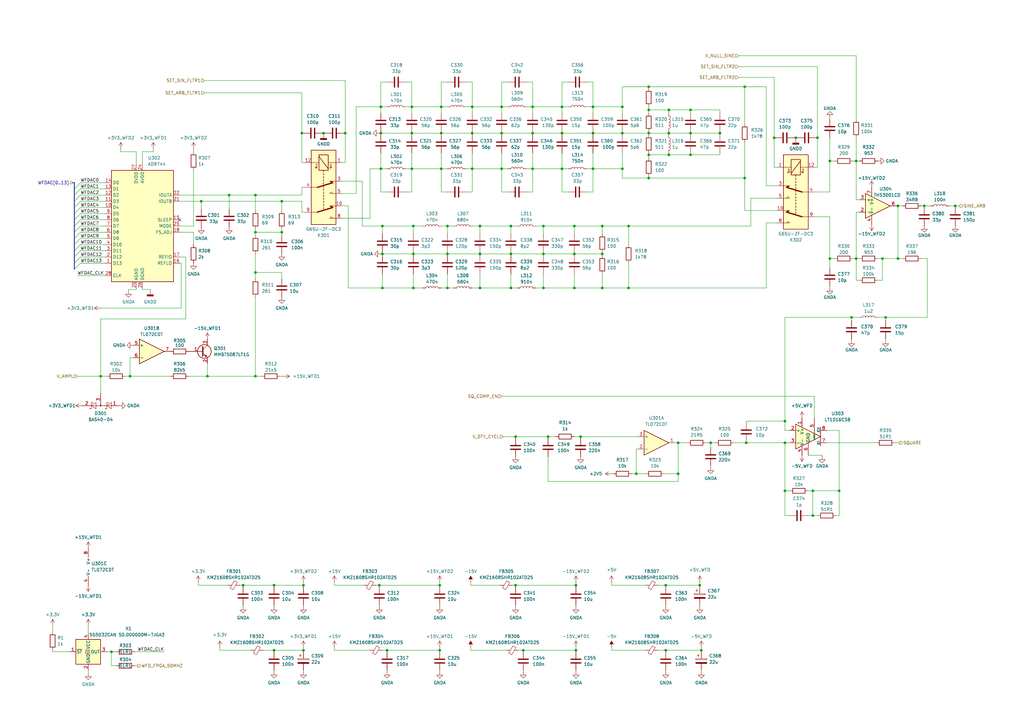
<source format=kicad_sch>
(kicad_sch (version 20230121) (generator eeschema)
  (paper "A3")
  (junction (at 156.21 54.61))
  (junction (at 158.75 266.7))
  (junction (at 305.435 73.025))
  (junction (at 205.74 54.61))
  (junction (at 112.395 266.7))
  (junction (at 211.455 179.07))
  (junction (at 266.065 73.025))
  (junction (at 205.74 69.215))
  (junction (at 193.675 69.215))
  (junction (at 273.05 266.7))
  (junction (at 104.775 154.305))
  (junction (at 274.32 54.61))
  (junction (at 169.545 104.14))
  (junction (at 132.715 54.61))
  (junction (at 123.825 54.61))
  (junction (at 155.575 240.03))
  (junction (at 274.32 63.5))
  (junction (at 363.22 130.175))
  (junction (at 235.585 92.71))
  (junction (at 235.585 104.14))
  (junction (at 209.55 104.14))
  (junction (at 104.775 95.25))
  (junction (at 156.845 118.11))
  (junction (at 230.505 43.815))
  (junction (at 340.36 106.045))
  (junction (at 351.155 106.045))
  (junction (at 243.205 69.215))
  (junction (at 368.3 106.045))
  (junction (at 218.44 69.215))
  (junction (at 235.585 118.11))
  (junction (at 321.945 201.295))
  (junction (at 85.09 154.305))
  (junction (at 305.435 35.56))
  (junction (at 156.845 92.71))
  (junction (at 209.55 118.11))
  (junction (at 287.655 266.7))
  (junction (at 156.21 43.815))
  (junction (at 351.155 66.04))
  (junction (at 141.605 54.61))
  (junction (at 287.02 240.03))
  (junction (at 266.065 45.085))
  (junction (at 283.21 54.61))
  (junction (at 333.375 201.295))
  (junction (at 41.275 154.305))
  (junction (at 255.27 69.215))
  (junction (at 115.57 95.25))
  (junction (at 193.675 54.61))
  (junction (at 124.46 266.7))
  (junction (at 196.85 104.14))
  (junction (at 104.775 80.01))
  (junction (at 180.34 240.03))
  (junction (at 124.46 240.03))
  (junction (at 326.39 56.515))
  (junction (at 333.375 211.455))
  (junction (at 379.095 84.455))
  (junction (at 257.81 92.71))
  (junction (at 222.885 92.71))
  (junction (at 180.975 69.215))
  (junction (at 335.28 56.515))
  (junction (at 196.85 92.71))
  (junction (at 183.515 92.71))
  (junction (at 218.44 43.815))
  (junction (at 53.34 154.305))
  (junction (at 238.125 179.07))
  (junction (at 45.72 267.335))
  (junction (at 321.945 181.61))
  (junction (at 230.505 54.61))
  (junction (at 104.775 111.76))
  (junction (at 218.44 54.61))
  (junction (at 222.885 118.11))
  (junction (at 236.22 266.7))
  (junction (at 295.275 54.61))
  (junction (at 247.015 104.14))
  (junction (at 222.885 104.14))
  (junction (at 214.63 266.7))
  (junction (at 169.545 118.11))
  (junction (at 278.13 194.31))
  (junction (at 283.21 45.085))
  (junction (at 266.065 54.61))
  (junction (at 283.21 63.5))
  (junction (at 273.05 240.03))
  (junction (at 180.975 43.815))
  (junction (at 112.395 240.03))
  (junction (at 274.32 45.085))
  (junction (at 168.91 43.815))
  (junction (at 115.57 82.55))
  (junction (at 243.205 43.815))
  (junction (at 156.21 69.215))
  (junction (at 361.95 106.045))
  (junction (at 257.81 118.11))
  (junction (at 321.945 172.72))
  (junction (at 266.065 35.56))
  (junction (at 209.55 92.71))
  (junction (at 230.505 69.215))
  (junction (at 169.545 92.71))
  (junction (at 278.13 181.61))
  (junction (at 340.36 66.04))
  (junction (at 306.07 181.61))
  (junction (at 260.985 194.31))
  (junction (at 156.845 104.14))
  (junction (at 317.5 56.515))
  (junction (at 224.79 179.07))
  (junction (at 180.34 266.7))
  (junction (at 255.27 54.61))
  (junction (at 93.98 80.01))
  (junction (at 391.795 84.455))
  (junction (at 236.22 240.03))
  (junction (at 247.015 118.11))
  (junction (at 247.015 92.71))
  (junction (at 82.55 82.55))
  (junction (at 196.85 118.11))
  (junction (at 349.25 130.175))
  (junction (at 205.74 43.815))
  (junction (at 255.27 43.815))
  (junction (at 291.465 181.61))
  (junction (at 211.455 240.03))
  (junction (at 193.675 43.815))
  (junction (at 168.91 69.215))
  (junction (at 266.065 63.5))
  (junction (at 180.975 54.61))
  (junction (at 168.91 54.61))
  (junction (at 243.205 54.61))
  (junction (at 99.695 240.03))
  (junction (at 344.17 201.295))
  (junction (at 183.515 118.11))
  (junction (at 183.515 104.14))
  (junction (at 368.3 84.455))
  (no_connect (at 73.66 90.17))
  (bus_entry (at 30.48 77.47) (size 2.54 -2.54))
  (bus_entry (at 30.48 110.49) (size 2.54 -2.54))
  (bus_entry (at 30.48 85.09) (size 2.54 -2.54))
  (bus_entry (at 30.48 102.87) (size 2.54 -2.54))
  (bus_entry (at 30.48 97.79) (size 2.54 -2.54))
  (bus_entry (at 30.48 80.01) (size 2.54 -2.54))
  (bus_entry (at 30.48 92.71) (size 2.54 -2.54))
  (bus_entry (at 30.48 87.63) (size 2.54 -2.54))
  (bus_entry (at 30.48 90.17) (size 2.54 -2.54))
  (bus_entry (at 30.48 82.55) (size 2.54 -2.54))
  (bus_entry (at 30.48 105.41) (size 2.54 -2.54))
  (bus_entry (at 30.48 95.25) (size 2.54 -2.54))
  (bus_entry (at 30.48 100.33) (size 2.54 -2.54))
  (bus_entry (at 30.48 107.95) (size 2.54 -2.54))
  (wire (pts (xy 193.04 265.43) (xy 193.04 266.7)))
  (wire (pts (xy 132.715 54.61) (xy 132.715 55.245)))
  (wire (pts (xy 132.715 54.61) (xy 132.08 54.61)))
  (wire (pts (xy 180.975 92.71) (xy 183.515 92.71)))
  (wire (pts (xy 168.91 43.815) (xy 180.975 43.815)))
  (wire (pts (xy 289.56 181.61) (xy 291.465 181.61)))
  (bus (pts (xy 30.48 87.63) (xy 30.48 85.09)))
  (wire (pts (xy 224.79 197.485) (xy 278.13 197.485)))
  (wire (pts (xy 295.275 54.61) (xy 295.275 53.975)))
  (wire (pts (xy 230.505 43.815) (xy 230.505 33.655)))
  (wire (pts (xy 283.21 62.865) (xy 283.21 63.5)))
  (wire (pts (xy 211.455 179.705) (xy 211.455 179.07)))
  (wire (pts (xy 331.47 201.295) (xy 333.375 201.295)))
  (wire (pts (xy 291.465 181.61) (xy 293.37 181.61)))
  (wire (pts (xy 266.065 35.56) (xy 305.435 35.56)))
  (wire (pts (xy 112.395 266.7) (xy 112.395 267.335)))
  (wire (pts (xy 212.725 266.7) (xy 214.63 266.7)))
  (wire (pts (xy 73.66 105.41) (xy 76.2 105.41)))
  (wire (pts (xy 58.42 67.31) (xy 58.42 62.23)))
  (wire (pts (xy 321.945 211.455) (xy 321.945 201.295)))
  (wire (pts (xy 58.42 118.745) (xy 58.42 118.11)))
  (bus (pts (xy 30.48 80.01) (xy 30.48 77.47)))
  (wire (pts (xy 261.62 184.15) (xy 260.985 184.15)))
  (wire (pts (xy 124.46 265.43) (xy 124.46 266.7)))
  (wire (pts (xy 318.77 86.36) (xy 305.435 86.36)))
  (wire (pts (xy 166.37 78.74) (xy 168.91 78.74)))
  (wire (pts (xy 69.85 154.305) (xy 53.34 154.305)))
  (wire (pts (xy 340.36 66.04) (xy 342.265 66.04)))
  (wire (pts (xy 379.095 84.455) (xy 381.635 84.455)))
  (wire (pts (xy 351.155 106.045) (xy 352.425 106.045)))
  (wire (pts (xy 266.065 72.39) (xy 266.065 73.025)))
  (wire (pts (xy 230.505 78.74) (xy 233.045 78.74)))
  (wire (pts (xy 156.845 104.14) (xy 169.545 104.14)))
  (wire (pts (xy 269.875 240.03) (xy 273.05 240.03)))
  (wire (pts (xy 193.675 78.74) (xy 193.675 69.215)))
  (wire (pts (xy 295.275 46.355) (xy 295.275 45.085)))
  (wire (pts (xy 21.59 267.335) (xy 21.59 266.7)))
  (wire (pts (xy 230.505 54.61) (xy 243.205 54.61)))
  (wire (pts (xy 367.665 84.455) (xy 368.3 84.455)))
  (wire (pts (xy 180.975 78.74) (xy 183.515 78.74)))
  (wire (pts (xy 283.21 45.085) (xy 283.21 46.355)))
  (wire (pts (xy 79.375 95.25) (xy 79.375 100.33)))
  (wire (pts (xy 206.375 179.07) (xy 211.455 179.07)))
  (wire (pts (xy 33.02 92.71) (xy 43.18 92.71)))
  (wire (pts (xy 104.775 93.98) (xy 104.775 95.25)))
  (wire (pts (xy 168.91 43.815) (xy 168.91 46.355)))
  (wire (pts (xy 156.845 103.505) (xy 156.845 104.14)))
  (wire (pts (xy 115.57 86.36) (xy 115.57 82.55)))
  (wire (pts (xy 334.01 68.58) (xy 335.28 68.58)))
  (wire (pts (xy 33.02 107.95) (xy 43.18 107.95)))
  (wire (pts (xy 227.965 179.07) (xy 224.79 179.07)))
  (wire (pts (xy 155.575 240.03) (xy 155.575 240.665)))
  (wire (pts (xy 169.545 103.505) (xy 169.545 104.14)))
  (wire (pts (xy 137.16 265.43) (xy 137.16 266.7)))
  (wire (pts (xy 115.57 114.3) (xy 115.57 111.76)))
  (wire (pts (xy 209.55 104.14) (xy 222.885 104.14)))
  (wire (pts (xy 82.55 85.725) (xy 82.55 82.55)))
  (wire (pts (xy 340.36 48.26) (xy 340.36 48.895)))
  (wire (pts (xy 33.02 77.47) (xy 43.18 77.47)))
  (wire (pts (xy 33.02 105.41) (xy 43.18 105.41)))
  (wire (pts (xy 222.885 118.11) (xy 235.585 118.11)))
  (wire (pts (xy 210.185 240.03) (xy 211.455 240.03)))
  (wire (pts (xy 335.28 56.515) (xy 335.28 68.58)))
  (wire (pts (xy 306.07 181.61) (xy 321.945 181.61)))
  (wire (pts (xy 169.545 104.14) (xy 183.515 104.14)))
  (wire (pts (xy 124.46 248.285) (xy 124.46 248.92)))
  (wire (pts (xy 156.845 104.14) (xy 156.845 104.775)))
  (wire (pts (xy 236.22 240.03) (xy 236.22 240.665)))
  (wire (pts (xy 305.435 86.36) (xy 305.435 73.025)))
  (wire (pts (xy 107.95 266.7) (xy 112.395 266.7)))
  (wire (pts (xy 367.03 181.61) (xy 368.935 181.61)))
  (wire (pts (xy 180.975 53.975) (xy 180.975 54.61)))
  (wire (pts (xy 33.02 95.25) (xy 43.18 95.25)))
  (wire (pts (xy 274.32 54.61) (xy 274.32 55.245)))
  (wire (pts (xy 183.515 118.11) (xy 180.975 118.11)))
  (wire (pts (xy 349.25 130.175) (xy 352.425 130.175)))
  (wire (pts (xy 218.44 78.74) (xy 218.44 69.215)))
  (wire (pts (xy 154.305 240.03) (xy 155.575 240.03)))
  (wire (pts (xy 191.135 33.655) (xy 193.675 33.655)))
  (wire (pts (xy 99.695 240.03) (xy 99.695 240.665)))
  (wire (pts (xy 82.55 82.55) (xy 73.66 82.55)))
  (wire (pts (xy 219.71 118.11) (xy 222.885 118.11)))
  (wire (pts (xy 168.91 54.61) (xy 168.91 55.245)))
  (wire (pts (xy 168.91 78.74) (xy 168.91 69.215)))
  (wire (pts (xy 137.16 266.7) (xy 151.765 266.7)))
  (wire (pts (xy 272.415 194.31) (xy 278.13 194.31)))
  (wire (pts (xy 55.245 273.05) (xy 56.515 273.05)))
  (wire (pts (xy 156.21 43.815) (xy 156.21 33.655)))
  (wire (pts (xy 77.47 154.305) (xy 85.09 154.305)))
  (wire (pts (xy 93.98 80.01) (xy 104.775 80.01)))
  (wire (pts (xy 361.95 106.045) (xy 360.045 106.045)))
  (wire (pts (xy 273.05 240.03) (xy 273.05 240.665)))
  (wire (pts (xy 236.22 266.7) (xy 236.22 267.335)))
  (wire (pts (xy 257.81 118.11) (xy 314.325 118.11)))
  (wire (pts (xy 141.605 54.61) (xy 140.97 54.61)))
  (wire (pts (xy 196.85 104.775) (xy 196.85 104.14)))
  (wire (pts (xy 33.02 85.09) (xy 43.18 85.09)))
  (wire (pts (xy 156.845 112.395) (xy 156.845 118.11)))
  (wire (pts (xy 305.435 35.56) (xy 314.325 35.56)))
  (wire (pts (xy 104.775 111.76) (xy 104.775 114.3)))
  (wire (pts (xy 257.81 92.71) (xy 307.975 92.71)))
  (wire (pts (xy 193.675 53.975) (xy 193.675 54.61)))
  (wire (pts (xy 51.435 154.305) (xy 53.34 154.305)))
  (wire (pts (xy 273.05 248.285) (xy 273.05 248.92)))
  (wire (pts (xy 104.775 111.76) (xy 115.57 111.76)))
  (wire (pts (xy 235.585 95.885) (xy 235.585 92.71)))
  (wire (pts (xy 28.575 267.335) (xy 21.59 267.335)))
  (wire (pts (xy 180.975 43.815) (xy 183.515 43.815)))
  (wire (pts (xy 33.02 82.55) (xy 43.18 82.55)))
  (wire (pts (xy 363.22 139.065) (xy 363.22 139.7)))
  (wire (pts (xy 156.21 54.61) (xy 156.21 55.245)))
  (wire (pts (xy 169.545 92.71) (xy 173.355 92.71)))
  (wire (pts (xy 255.27 54.61) (xy 266.065 54.61)))
  (wire (pts (xy 218.44 43.815) (xy 230.505 43.815)))
  (wire (pts (xy 243.205 78.74) (xy 243.205 69.215)))
  (wire (pts (xy 230.505 43.815) (xy 233.045 43.815)))
  (wire (pts (xy 349.885 66.04) (xy 351.155 66.04)))
  (wire (pts (xy 321.945 172.72) (xy 306.07 172.72)))
  (wire (pts (xy 287.655 274.955) (xy 287.655 275.59)))
  (wire (pts (xy 169.545 104.14) (xy 169.545 104.775)))
  (wire (pts (xy 212.09 92.71) (xy 209.55 92.71)))
  (wire (pts (xy 191.135 69.215) (xy 193.675 69.215)))
  (wire (pts (xy 238.125 179.07) (xy 235.585 179.07)))
  (wire (pts (xy 236.22 238.76) (xy 236.22 240.03)))
  (wire (pts (xy 317.5 56.515) (xy 317.5 31.75)))
  (wire (pts (xy 112.395 274.955) (xy 112.395 275.59)))
  (wire (pts (xy 335.28 56.515) (xy 335.28 27.305)))
  (wire (pts (xy 73.66 107.95) (xy 74.295 107.95)))
  (wire (pts (xy 273.05 274.955) (xy 273.05 275.59)))
  (wire (pts (xy 211.455 179.07) (xy 224.79 179.07)))
  (wire (pts (xy 124.46 266.7) (xy 124.46 267.335)))
  (bus (pts (xy 30.48 90.17) (xy 30.48 87.63)))
  (wire (pts (xy 351.155 86.995) (xy 351.155 106.045)))
  (wire (pts (xy 196.85 118.11) (xy 196.85 112.395)))
  (wire (pts (xy 115.57 82.55) (xy 123.825 82.55)))
  (wire (pts (xy 180.975 43.815) (xy 180.975 33.655)))
  (bus (pts (xy 30.48 102.87) (xy 30.48 100.33)))
  (wire (pts (xy 151.765 89.535) (xy 151.765 69.215)))
  (wire (pts (xy 344.17 211.455) (xy 342.9 211.455)))
  (wire (pts (xy 193.04 266.7) (xy 207.645 266.7)))
  (wire (pts (xy 273.05 266.7) (xy 273.05 267.335)))
  (wire (pts (xy 137.16 238.76) (xy 137.16 240.03)))
  (wire (pts (xy 173.355 118.11) (xy 169.545 118.11)))
  (wire (pts (xy 257.81 92.71) (xy 247.015 92.71)))
  (wire (pts (xy 222.885 118.11) (xy 222.885 112.395)))
  (wire (pts (xy 205.74 33.655) (xy 208.28 33.655)))
  (wire (pts (xy 295.275 54.61) (xy 295.275 55.245)))
  (wire (pts (xy 230.505 54.61) (xy 230.505 55.245)))
  (bus (pts (xy 30.48 105.41) (xy 30.48 102.87)))
  (wire (pts (xy 21.59 259.08) (xy 21.59 256.54)))
  (wire (pts (xy 323.85 176.53) (xy 321.945 176.53)))
  (wire (pts (xy 142.875 84.455) (xy 142.875 118.11)))
  (wire (pts (xy 218.44 54.61) (xy 218.44 55.245)))
  (wire (pts (xy 104.775 95.25) (xy 115.57 95.25)))
  (wire (pts (xy 112.395 240.03) (xy 112.395 240.665)))
  (wire (pts (xy 85.09 154.305) (xy 85.09 149.225)))
  (bus (pts (xy 30.48 110.49) (xy 30.48 107.95)))
  (wire (pts (xy 333.375 201.295) (xy 333.375 211.455)))
  (wire (pts (xy 240.665 33.655) (xy 243.205 33.655)))
  (wire (pts (xy 209.55 118.11) (xy 212.09 118.11)))
  (wire (pts (xy 368.3 106.045) (xy 370.205 106.045)))
  (wire (pts (xy 306.07 180.975) (xy 306.07 181.61)))
  (wire (pts (xy 273.05 240.03) (xy 287.02 240.03)))
  (wire (pts (xy 41.275 126.365) (xy 74.295 126.365)))
  (wire (pts (xy 55.88 118.11) (xy 55.88 118.745)))
  (wire (pts (xy 180.975 43.815) (xy 180.975 46.355)))
  (wire (pts (xy 321.945 176.53) (xy 321.945 172.72)))
  (wire (pts (xy 344.17 201.295) (xy 344.17 211.455)))
  (wire (pts (xy 166.37 43.815) (xy 168.91 43.815)))
  (wire (pts (xy 235.585 118.11) (xy 235.585 112.395)))
  (wire (pts (xy 295.275 63.5) (xy 283.21 63.5)))
  (wire (pts (xy 41.275 154.305) (xy 41.275 130.81)))
  (wire (pts (xy 196.85 118.11) (xy 209.55 118.11)))
  (wire (pts (xy 266.065 45.085) (xy 266.065 43.815)))
  (wire (pts (xy 349.25 139.065) (xy 349.25 139.7)))
  (wire (pts (xy 276.86 181.61) (xy 278.13 181.61)))
  (wire (pts (xy 205.74 53.975) (xy 205.74 54.61)))
  (wire (pts (xy 240.665 69.215) (xy 243.205 69.215)))
  (wire (pts (xy 193.04 238.76) (xy 193.04 240.03)))
  (wire (pts (xy 180.34 265.43) (xy 180.34 266.7)))
  (wire (pts (xy 349.885 106.045) (xy 351.155 106.045)))
  (wire (pts (xy 124.46 240.03) (xy 124.46 240.665)))
  (wire (pts (xy 340.36 56.515) (xy 340.36 66.04)))
  (wire (pts (xy 124.46 274.955) (xy 124.46 275.59)))
  (wire (pts (xy 222.885 104.775) (xy 222.885 104.14)))
  (wire (pts (xy 193.04 240.03) (xy 205.105 240.03)))
  (wire (pts (xy 278.13 194.31) (xy 278.13 181.61)))
  (wire (pts (xy 274.32 63.5) (xy 266.065 63.5)))
  (wire (pts (xy 196.85 92.71) (xy 193.675 92.71)))
  (bus (pts (xy 30.48 95.25) (xy 30.48 92.71)))
  (wire (pts (xy 247.015 92.71) (xy 235.585 92.71)))
  (wire (pts (xy 209.55 104.14) (xy 209.55 104.775)))
  (wire (pts (xy 209.55 118.11) (xy 209.55 112.395)))
  (wire (pts (xy 123.825 54.61) (xy 123.825 38.1)))
  (wire (pts (xy 287.655 266.7) (xy 287.655 267.335)))
  (wire (pts (xy 363.22 130.175) (xy 363.22 131.445)))
  (wire (pts (xy 85.09 154.305) (xy 104.775 154.305)))
  (wire (pts (xy 250.825 265.43) (xy 250.825 266.7)))
  (wire (pts (xy 49.53 62.23) (xy 49.53 60.96)))
  (wire (pts (xy 243.205 43.815) (xy 243.205 46.355)))
  (wire (pts (xy 351.155 66.04) (xy 351.155 81.915)))
  (wire (pts (xy 283.21 54.61) (xy 283.21 55.245)))
  (wire (pts (xy 351.155 66.04) (xy 352.425 66.04)))
  (wire (pts (xy 259.08 194.31) (xy 260.985 194.31)))
  (wire (pts (xy 53.34 154.305) (xy 53.34 146.685)))
  (wire (pts (xy 193.675 118.11) (xy 196.85 118.11)))
  (wire (pts (xy 140.335 66.675) (xy 141.605 66.675)))
  (wire (pts (xy 215.9 69.215) (xy 218.44 69.215)))
  (wire (pts (xy 31.75 113.03) (xy 43.18 113.03)))
  (wire (pts (xy 321.945 201.295) (xy 323.85 201.295)))
  (wire (pts (xy 156.21 69.215) (xy 156.21 78.74)))
  (wire (pts (xy 235.585 104.14) (xy 235.585 103.505)))
  (wire (pts (xy 368.3 84.455) (xy 368.3 106.045)))
  (wire (pts (xy 255.27 46.355) (xy 255.27 43.815)))
  (wire (pts (xy 148.59 92.71) (xy 148.59 74.295)))
  (wire (pts (xy 205.74 54.61) (xy 218.44 54.61)))
  (wire (pts (xy 255.27 43.815) (xy 243.205 43.815)))
  (wire (pts (xy 230.505 43.815) (xy 230.505 46.355)))
  (wire (pts (xy 291.465 183.515) (xy 291.465 181.61)))
  (wire (pts (xy 33.02 97.79) (xy 43.18 97.79)))
  (wire (pts (xy 255.27 43.815) (xy 255.27 35.56)))
  (wire (pts (xy 255.27 55.245) (xy 255.27 54.61)))
  (wire (pts (xy 90.17 266.7) (xy 102.87 266.7)))
  (wire (pts (xy 168.91 53.975) (xy 168.91 54.61)))
  (wire (pts (xy 61.595 118.745) (xy 61.595 119.38)))
  (wire (pts (xy 196.85 95.885) (xy 196.85 92.71)))
  (wire (pts (xy 337.185 186.69) (xy 331.47 186.69)))
  (wire (pts (xy 205.74 69.215) (xy 208.28 69.215)))
  (wire (pts (xy 98.425 240.03) (xy 99.695 240.03)))
  (wire (pts (xy 146.05 43.815) (xy 146.05 79.375)))
  (wire (pts (xy 156.21 53.975) (xy 156.21 54.61)))
  (wire (pts (xy 209.55 95.885) (xy 209.55 92.71)))
  (wire (pts (xy 250.825 238.76) (xy 250.825 240.03)))
  (wire (pts (xy 211.455 248.285) (xy 211.455 248.92)))
  (wire (pts (xy 333.375 211.455) (xy 331.47 211.455)))
  (wire (pts (xy 380.365 130.175) (xy 380.365 106.045)))
  (wire (pts (xy 360.045 114.935) (xy 361.95 114.935)))
  (wire (pts (xy 214.63 266.7) (xy 214.63 267.335)))
  (wire (pts (xy 55.245 267.335) (xy 67.31 267.335)))
  (wire (pts (xy 41.275 130.81) (xy 76.2 130.81)))
  (wire (pts (xy 361.95 114.935) (xy 361.95 106.045)))
  (wire (pts (xy 334.01 88.9) (xy 340.36 88.9)))
  (wire (pts (xy 361.95 106.045) (xy 368.3 106.045)))
  (wire (pts (xy 344.17 176.53) (xy 339.09 176.53)))
  (wire (pts (xy 321.945 181.61) (xy 321.945 201.295)))
  (wire (pts (xy 243.205 54.61) (xy 243.205 55.245)))
  (wire (pts (xy 205.74 43.815) (xy 205.74 33.655)))
  (wire (pts (xy 73.66 92.71) (xy 79.375 92.71)))
  (wire (pts (xy 43.815 267.335) (xy 45.72 267.335)))
  (wire (pts (xy 235.585 118.11) (xy 247.015 118.11)))
  (wire (pts (xy 140.335 89.535) (xy 151.765 89.535)))
  (wire (pts (xy 148.59 92.71) (xy 156.845 92.71)))
  (wire (pts (xy 156.845 118.11) (xy 169.545 118.11)))
  (wire (pts (xy 247.015 104.14) (xy 247.015 104.775)))
  (wire (pts (xy 115.57 95.25) (xy 115.57 96.52)))
  (wire (pts (xy 180.975 54.61) (xy 193.675 54.61)))
  (wire (pts (xy 333.375 211.455) (xy 335.28 211.455)))
  (wire (pts (xy 156.21 43.815) (xy 158.75 43.815)))
  (wire (pts (xy 191.135 78.74) (xy 193.675 78.74)))
  (wire (pts (xy 283.21 45.085) (xy 274.32 45.085)))
  (wire (pts (xy 351.155 22.86) (xy 351.155 48.895)))
  (wire (pts (xy 133.35 54.61) (xy 132.715 54.61)))
  (wire (pts (xy 156.845 92.71) (xy 169.545 92.71)))
  (wire (pts (xy 255.27 69.215) (xy 255.27 62.865)))
  (wire (pts (xy 351.155 106.045) (xy 351.155 114.935)))
  (wire (pts (xy 250.825 240.03) (xy 264.795 240.03)))
  (wire (pts (xy 295.275 45.085) (xy 283.21 45.085)))
  (wire (pts (xy 302.895 31.75) (xy 317.5 31.75)))
  (wire (pts (xy 307.975 81.28) (xy 318.77 81.28)))
  (wire (pts (xy 215.9 78.74) (xy 218.44 78.74)))
  (wire (pts (xy 193.675 33.655) (xy 193.675 43.815)))
  (wire (pts (xy 33.02 80.01) (xy 43.18 80.01)))
  (wire (pts (xy 266.065 64.77) (xy 266.065 63.5)))
  (wire (pts (xy 222.885 104.14) (xy 235.585 104.14)))
  (wire (pts (xy 305.435 50.8) (xy 305.435 35.56)))
  (wire (pts (xy 266.065 73.025) (xy 305.435 73.025)))
  (wire (pts (xy 191.135 43.815) (xy 193.675 43.815)))
  (wire (pts (xy 104.775 95.25) (xy 104.775 96.52)))
  (wire (pts (xy 314.325 76.2) (xy 314.325 35.56)))
  (wire (pts (xy 141.605 66.675) (xy 141.605 54.61)))
  (wire (pts (xy 183.515 92.71) (xy 183.515 95.885)))
  (wire (pts (xy 104.775 104.14) (xy 104.775 111.76)))
  (wire (pts (xy 287.02 240.03) (xy 287.02 240.665)))
  (wire (pts (xy 314.325 91.44) (xy 318.77 91.44)))
  (wire (pts (xy 104.775 80.01) (xy 123.825 80.01)))
  (wire (pts (xy 123.825 76.835) (xy 125.095 76.835)))
  (wire (pts (xy 340.36 66.04) (xy 340.36 78.74)))
  (wire (pts (xy 156.21 33.655) (xy 158.75 33.655)))
  (wire (pts (xy 183.515 103.505) (xy 183.515 104.14)))
  (wire (pts (xy 266.065 35.56) (xy 266.065 36.195)))
  (wire (pts (xy 247.015 104.14) (xy 247.015 103.505)))
  (wire (pts (xy 81.28 240.03) (xy 93.345 240.03)))
  (wire (pts (xy 112.395 240.03) (xy 124.46 240.03)))
  (wire (pts (xy 196.85 104.14) (xy 196.85 103.505)))
  (wire (pts (xy 295.275 62.865) (xy 295.275 63.5)))
  (wire (pts (xy 306.07 172.72) (xy 306.07 173.355)))
  (wire (pts (xy 215.9 43.815) (xy 218.44 43.815)))
  (wire (pts (xy 33.02 100.33) (xy 43.18 100.33)))
  (wire (pts (xy 274.32 46.355) (xy 274.32 45.085)))
  (wire (pts (xy 180.975 33.655) (xy 183.515 33.655)))
  (wire (pts (xy 230.505 33.655) (xy 233.045 33.655)))
  (wire (pts (xy 214.63 266.7) (xy 236.22 266.7)))
  (wire (pts (xy 55.88 118.745) (xy 52.705 118.745)))
  (wire (pts (xy 93.98 85.725) (xy 93.98 80.01)))
  (wire (pts (xy 168.91 69.215) (xy 180.975 69.215)))
  (wire (pts (xy 205.74 43.815) (xy 205.74 46.355)))
  (wire (pts (xy 73.66 80.01) (xy 93.98 80.01)))
  (wire (pts (xy 155.575 240.03) (xy 180.34 240.03)))
  (wire (pts (xy 230.505 69.215) (xy 230.505 78.74)))
  (wire (pts (xy 180.975 69.215) (xy 183.515 69.215)))
  (wire (pts (xy 255.27 69.215) (xy 255.27 73.025)))
  (wire (pts (xy 240.665 78.74) (xy 243.205 78.74)))
  (wire (pts (xy 123.825 66.675) (xy 125.095 66.675)))
  (wire (pts (xy 266.065 54.61) (xy 274.32 54.61)))
  (wire (pts (xy 115.57 95.25) (xy 115.57 93.98)))
  (wire (pts (xy 112.395 266.7) (xy 124.46 266.7)))
  (wire (pts (xy 168.91 69.215) (xy 166.37 69.215)))
  (wire (pts (xy 218.44 43.815) (xy 218.44 46.355)))
  (wire (pts (xy 82.55 82.55) (xy 115.57 82.55)))
  (wire (pts (xy 273.05 266.7) (xy 287.655 266.7)))
  (wire (pts (xy 104.775 121.92) (xy 104.775 154.305)))
  (wire (pts (xy 247.015 118.11) (xy 257.81 118.11)))
  (wire (pts (xy 193.675 43.815) (xy 193.675 46.355)))
  (wire (pts (xy 193.675 62.865) (xy 193.675 69.215)))
  (wire (pts (xy 255.27 73.025) (xy 266.065 73.025)))
  (wire (pts (xy 321.945 172.72) (xy 321.945 130.175)))
  (wire (pts (xy 243.205 62.865) (xy 243.205 69.215)))
  (wire (pts (xy 323.85 211.455) (xy 321.945 211.455)))
  (wire (pts (xy 351.155 56.515) (xy 351.155 66.04)))
  (wire (pts (xy 235.585 92.71) (xy 222.885 92.71)))
  (wire (pts (xy 211.455 240.03) (xy 211.455 240.665)))
  (wire (pts (xy 247.015 95.885) (xy 247.015 92.71)))
  (wire (pts (xy 155.575 54.61) (xy 156.21 54.61)))
  (wire (pts (xy 166.37 33.655) (xy 168.91 33.655)))
  (wire (pts (xy 317.5 56.515) (xy 317.5 68.58)))
  (wire (pts (xy 186.055 92.71) (xy 183.515 92.71)))
  (wire (pts (xy 45.72 267.335) (xy 47.625 267.335)))
  (wire (pts (xy 180.975 54.61) (xy 180.975 55.245)))
  (wire (pts (xy 140.335 74.295) (xy 148.59 74.295)))
  (wire (pts (xy 340.36 117.475) (xy 340.36 118.11)))
  (wire (pts (xy 274.32 62.865) (xy 274.32 63.5)))
  (bus (pts (xy 30.48 85.09) (xy 30.48 82.55)))
  (wire (pts (xy 168.91 62.865) (xy 168.91 69.215)))
  (wire (pts (xy 363.22 130.175) (xy 380.365 130.175)))
  (wire (pts (xy 193.675 54.61) (xy 193.675 55.245)))
  (wire (pts (xy 99.695 248.285) (xy 99.695 248.92)))
  (wire (pts (xy 183.515 118.11) (xy 186.055 118.11)))
  (wire (pts (xy 266.065 46.355) (xy 266.065 45.085)))
  (wire (pts (xy 352.425 81.915) (xy 351.155 81.915)))
  (wire (pts (xy 33.02 87.63) (xy 43.18 87.63)))
  (wire (pts (xy 156.21 69.215) (xy 158.75 69.215)))
  (wire (pts (xy 318.77 76.2) (xy 314.325 76.2)))
  (wire (pts (xy 283.21 54.61) (xy 295.275 54.61)))
  (wire (pts (xy 112.395 248.285) (xy 112.395 248.92)))
  (wire (pts (xy 156.21 78.74) (xy 158.75 78.74)))
  (wire (pts (xy 243.205 69.215) (xy 255.27 69.215)))
  (wire (pts (xy 169.545 92.71) (xy 169.545 95.885)))
  (wire (pts (xy 156.845 92.71) (xy 156.845 95.885)))
  (wire (pts (xy 137.16 240.03) (xy 149.225 240.03)))
  (wire (pts (xy 240.665 43.815) (xy 243.205 43.815)))
  (wire (pts (xy 224.79 179.07) (xy 224.79 179.705)))
  (wire (pts (xy 140.335 84.455) (xy 142.875 84.455)))
  (wire (pts (xy 389.255 84.455) (xy 391.795 84.455)))
  (wire (pts (xy 99.695 240.03) (xy 112.395 240.03)))
  (wire (pts (xy 314.325 118.11) (xy 314.325 91.44)))
  (wire (pts (xy 218.44 33.655) (xy 218.44 43.815)))
  (bus (pts (xy 30.48 100.33) (xy 30.48 97.79)))
  (wire (pts (xy 141.605 54.61) (xy 141.605 33.02)))
  (wire (pts (xy 193.675 43.815) (xy 205.74 43.815)))
  (wire (pts (xy 123.825 80.01) (xy 123.825 76.835)))
  (wire (pts (xy 168.91 33.655) (xy 168.91 43.815)))
  (wire (pts (xy 307.975 92.71) (xy 307.975 81.28)))
  (wire (pts (xy 352.425 86.995) (xy 351.155 86.995)))
  (wire (pts (xy 260.985 184.15) (xy 260.985 194.31)))
  (wire (pts (xy 193.675 69.215) (xy 205.74 69.215)))
  (wire (pts (xy 55.88 62.23) (xy 49.53 62.23)))
  (wire (pts (xy 146.05 43.815) (xy 156.21 43.815)))
  (wire (pts (xy 337.185 187.325) (xy 337.185 186.69)))
  (wire (pts (xy 36.195 256.54) (xy 36.195 259.715)))
  (wire (pts (xy 391.795 85.09) (xy 391.795 84.455)))
  (wire (pts (xy 340.36 106.045) (xy 342.265 106.045)))
  (wire (pts (xy 76.2 105.41) (xy 76.2 130.81)))
  (wire (pts (xy 278.13 181.61) (xy 281.94 181.61)))
  (wire (pts (xy 339.09 181.61) (xy 359.41 181.61)))
  (wire (pts (xy 380.365 106.045) (xy 377.825 106.045)))
  (wire (pts (xy 215.9 33.655) (xy 218.44 33.655)))
  (wire (pts (xy 250.825 266.7) (xy 264.795 266.7)))
  (wire (pts (xy 205.74 78.74) (xy 208.28 78.74)))
  (wire (pts (xy 79.375 60.96) (xy 79.375 62.23)))
  (wire (pts (xy 274.32 54.61) (xy 274.32 53.975)))
  (wire (pts (xy 326.39 56.515) (xy 326.39 57.15)))
  (wire (pts (xy 104.775 154.305) (xy 107.315 154.305)))
  (wire (pts (xy 266.065 54.61) (xy 266.065 53.975)))
  (wire (pts (xy 104.775 86.36) (xy 104.775 80.01)))
  (wire (pts (xy 183.515 112.395) (xy 183.515 118.11)))
  (wire (pts (xy 193.675 54.61) (xy 205.74 54.61)))
  (wire (pts (xy 278.13 197.485) (xy 278.13 194.31)))
  (wire (pts (xy 391.795 84.455) (xy 393.7 84.455)))
  (wire (pts (xy 236.22 248.285) (xy 236.22 248.92)))
  (wire (pts (xy 334.01 78.74) (xy 340.36 78.74)))
  (wire (pts (xy 33.02 74.93) (xy 43.18 74.93)))
  (wire (pts (xy 43.815 154.305) (xy 41.275 154.305)))
  (wire (pts (xy 169.545 112.395) (xy 169.545 118.11)))
  (wire (pts (xy 321.945 130.175) (xy 349.25 130.175)))
  (wire (pts (xy 180.34 248.285) (xy 180.34 248.92)))
  (wire (pts (xy 230.505 69.215) (xy 233.045 69.215)))
  (wire (pts (xy 45.72 273.05) (xy 45.72 267.335)))
  (wire (pts (xy 257.81 118.11) (xy 257.81 107.95)))
  (wire (pts (xy 79.375 92.71) (xy 79.375 69.85)))
  (wire (pts (xy 222.885 92.71) (xy 219.71 92.71)))
  (wire (pts (xy 255.27 35.56) (xy 266.065 35.56)))
  (wire (pts (xy 180.34 266.7) (xy 180.34 267.335)))
  (wire (pts (xy 36.195 274.955) (xy 36.195 276.225)))
  (wire (pts (xy 317.5 56.515) (xy 318.135 56.515)))
  (wire (pts (xy 222.885 104.14) (xy 222.885 103.505)))
  (wire (pts (xy 156.21 62.865) (xy 156.21 69.215)))
  (bus (pts (xy 30.48 97.79) (xy 30.48 95.25)))
  (wire (pts (xy 351.155 114.935) (xy 352.425 114.935)))
  (wire (pts (xy 180.34 274.955) (xy 180.34 275.59)))
  (wire (pts (xy 302.895 27.305) (xy 335.28 27.305)))
  (wire (pts (xy 235.585 104.14) (xy 247.015 104.14)))
  (wire (pts (xy 180.975 62.865) (xy 180.975 69.215)))
  (wire (pts (xy 196.85 104.14) (xy 209.55 104.14)))
  (wire (pts (xy 214.63 274.955) (xy 214.63 275.59)))
  (wire (pts (xy 55.88 67.31) (xy 55.88 62.23)))
  (wire (pts (xy 243.205 33.655) (xy 243.205 43.815)))
  (bus (pts (xy 30.48 92.71) (xy 30.48 90.17)))
  (wire (pts (xy 61.595 118.745) (xy 58.42 118.745)))
  (wire (pts (xy 158.75 266.7) (xy 180.34 266.7)))
  (wire (pts (xy 224.79 187.325) (xy 224.79 197.485)))
  (wire (pts (xy 238.125 179.07) (xy 238.125 179.705)))
  (wire (pts (xy 33.02 102.87) (xy 43.18 102.87)))
  (wire (pts (xy 205.74 54.61) (xy 205.74 55.245)))
  (wire (pts (xy 218.44 62.865) (xy 218.44 69.215)))
  (wire (pts (xy 90.17 265.43) (xy 90.17 266.7)))
  (wire (pts (xy 333.375 201.295) (xy 344.17 201.295)))
  (wire (pts (xy 183.515 104.14) (xy 183.515 104.775)))
  (wire (pts (xy 156.21 43.815) (xy 156.21 46.355)))
  (wire (pts (xy 266.065 55.245) (xy 266.065 54.61)))
  (wire (pts (xy 58.42 62.23) (xy 62.865 62.23)))
  (wire (pts (xy 142.875 118.11) (xy 156.845 118.11)))
  (wire (pts (xy 260.985 194.31) (xy 264.795 194.31)))
  (wire (pts (xy 335.28 56.515) (xy 334.645 56.515)))
  (wire (pts (xy 218.44 53.975) (xy 218.44 54.61)))
  (wire (pts (xy 318.77 68.58) (xy 317.5 68.58)))
  (wire (pts (xy 360.045 130.175) (xy 363.22 130.175)))
  (wire (pts (xy 340.36 106.045) (xy 340.36 109.855)))
  (wire (pts (xy 123.825 54.61) (xy 123.825 66.675)))
  (wire (pts (xy 53.34 146.685) (xy 54.61 146.685)))
  (wire (pts (xy 283.21 63.5) (xy 274.32 63.5)))
  (wire (pts (xy 291.465 191.135) (xy 291.465 191.77)))
  (wire (pts (xy 287.655 265.43) (xy 287.655 266.7)))
  (wire (pts (xy 205.74 162.56) (xy 334.01 162.56)))
  (wire (pts (xy 83.82 38.1) (xy 123.825 38.1)))
  (wire (pts (xy 305.435 73.025) (xy 305.435 58.42)))
  (wire (pts (xy 52.705 118.745) (xy 52.705 119.38)))
  (wire (pts (xy 302.895 22.86) (xy 351.155 22.86)))
  (wire (pts (xy 344.17 201.295) (xy 344.17 176.53)))
  (wire (pts (xy 230.505 53.975) (xy 230.505 54.61)))
  (wire (pts (xy 283.21 53.975) (xy 283.21 54.61)))
  (wire (pts (xy 158.75 266.7) (xy 158.75 267.335)))
  (wire (pts (xy 73.66 95.25) (xy 79.375 95.25)))
  (wire (pts (xy 168.91 54.61) (xy 180.975 54.61)))
  (wire (pts (xy 340.36 88.9) (xy 340.36 106.045)))
  (wire (pts (xy 83.82 33.02) (xy 141.605 33.02)))
  (wire (pts (xy 368.3 84.455) (xy 370.205 84.455)))
  (wire (pts (xy 247.015 118.11) (xy 247.015 112.395)))
  (wire (pts (xy 327.025 56.515) (xy 326.39 56.515)))
  (wire (pts (xy 334.01 171.45) (xy 334.01 162.56)))
  (wire (pts (xy 41.275 154.305) (xy 41.275 161.29)))
  (wire (pts (xy 300.99 181.61) (xy 306.07 181.61)))
  (wire (pts (xy 379.095 85.09) (xy 379.095 84.455)))
  (wire (pts (xy 124.46 238.76) (xy 124.46 240.03)))
  (wire (pts (xy 274.32 54.61) (xy 283.21 54.61)))
  (wire (pts (xy 243.205 54.61) (xy 255.27 54.61)))
  (wire (pts (xy 222.885 95.885) (xy 222.885 92.71)))
  (bus (pts (xy 30.48 77.47) (xy 30.48 74.93)))
  (wire (pts (xy 123.825 82.55) (xy 123.825 86.995)))
  (wire (pts (xy 156.845 266.7) (xy 158.75 266.7)))
  (wire (pts (xy 211.455 240.03) (xy 236.22 240.03)))
  (wire (pts (xy 236.22 265.43) (xy 236.22 266.7)))
  (wire (pts (xy 205.74 69.215) (xy 205.74 78.74)))
  (bus (pts (xy 30.48 82.55) (xy 30.48 80.01)))
  (wire (pts (xy 180.34 240.665) (xy 180.34 240.03)))
  (wire (pts (xy 140.335 79.375) (xy 146.05 79.375)))
  (wire (pts (xy 209.55 92.71) (xy 196.85 92.71)))
  (wire (pts (xy 156.21 104.14) (xy 156.845 104.14)))
  (bus (pts (xy 30.48 107.95) (xy 30.48 105.41)))
  (wire (pts (xy 287.02 238.76) (xy 287.02 240.03)))
  (wire (pts (xy 205.74 43.815) (xy 208.28 43.815)))
  (wire (pts (xy 47.625 273.05) (xy 45.72 273.05)))
  (wire (pts (xy 321.945 181.61) (xy 323.85 181.61)))
  (wire (pts (xy 287.02 248.285) (xy 287.02 248.92)))
  (wire (pts (xy 31.75 154.305) (xy 41.275 154.305)))
  (wire (pts (xy 266.065 63.5) (xy 266.065 62.865)))
  (bus (pts (xy 29.845 74.93) (xy 30.48 74.93)))
  (wire (pts (xy 243.205 53.975) (xy 243.205 54.61)))
  (wire (pts (xy 274.32 45.085) (xy 266.065 45.085)))
  (wire (pts (xy 151.765 69.215) (xy 156.21 69.215)))
  (wire (pts (xy 124.46 54.61) (xy 123.825 54.61)))
  (wire (pts (xy 379.095 84.455) (xy 377.825 84.455)))
  (wire (pts (xy 180.34 238.76) (xy 180.34 240.03)))
  (wire (pts (xy 156.21 54.61) (xy 168.91 54.61)))
  (wire (pts (xy 218.44 69.215) (xy 230.505 69.215)))
  (wire (pts (xy 74.295 107.95) (xy 74.295 126.365)))
  (wire (pts (xy 81.28 238.76) (xy 81.28 240.03)))
  (wire (pts (xy 209.55 104.14) (xy 209.55 103.505)))
  (wire (pts (xy 235.585 104.775) (xy 235.585 104.14)))
  (wire (pts (xy 155.575 248.285) (xy 155.575 248.92)))
  (wire (pts (xy 326.39 56.515) (xy 325.755 56.515)))
  (wire (pts (xy 261.62 179.07) (xy 238.125 179.07)))
  (wire (pts (xy 236.22 274.955) (xy 236.22 275.59)))
  (wire (pts (xy 114.935 154.305) (xy 116.205 154.305)))
  (wire (pts (xy 180.975 69.215) (xy 180.975 78.74)))
  (wire (pts (xy 250.825 194.31) (xy 251.46 194.31)))
  (wire (pts (xy 62.865 60.96) (xy 62.865 62.23)))
  (wire (pts (xy 158.75 274.955) (xy 158.75 275.59)))
  (wire (pts (xy 269.875 266.7) (xy 273.05 266.7)))
  (wire (pts (xy 257.81 100.33) (xy 257.81 92.71)))
  (wire (pts (xy 183.515 104.14) (xy 196.85 104.14)))
  (wire (pts (xy 218.44 54.61) (xy 230.505 54.61)))
  (wire (pts (xy 123.825 86.995) (xy 125.095 86.995)))
  (wire (pts (xy 349.25 131.445) (xy 349.25 130.175)))
  (wire (pts (xy 205.74 62.865) (xy 205.74 69.215)))
  (wire (pts (xy 255.27 54.61) (xy 255.27 53.975)))
  (wire (pts (xy 230.505 62.865) (xy 230.505 69.215)))
  (wire (pts (xy 33.02 90.17) (xy 43.18 90.17)))
  (label "WFDAC7" (at 33.02 92.71 0))
  (label "WFDAC10" (at 33.02 100.33 0))
  (label "WFDAC_CLK" (at 67.31 267.335 180))
  (label "WFDAC12" (at 33.02 105.41 0))
  (label "WFDAC13" (at 33.02 107.95 0))
  (label "WFDAC_CLK" (at 31.75 113.03 0))
  (label "WFDAC3" (at 33.02 82.55 0))
  (label "WFDAC9" (at 33.02 97.79 0))
  (label "WFDAC11" (at 33.02 102.87 0))
  (label "WFDAC1" (at 33.02 77.47 0))
  (label "WFDAC6" (at 33.02 90.17 0))
  (label "WFDAC0" (at 33.02 74.93 0))
  (label "WFDAC5" (at 33.02 87.63 0))
  (label "WFDAC2" (at 33.02 80.01 0))
  (label "WFDAC8" (at 33.02 95.25 0))
  (label "WFDAC4" (at 33.02 85.09 0))
  (hierarchical_label "SET_SIN_FLTR2" (shape input) (at 302.895 27.305 180))
  (hierarchical_label "V_DTY_CYCL" (shape input) (at 206.375 179.07 180))
  (hierarchical_label "WFDAC[0..13]" (shape bidirectional) (at 29.845 74.93 180))
  (hierarchical_label "V_NULL_SINE" (shape input) (at 302.895 22.86 180))
  (hierarchical_label "SET_SIN_FLTR1" (shape input) (at 83.82 33.02 180))
  (hierarchical_label "SQUARE" (shape output) (at 368.935 181.61 0))
  (hierarchical_label "SET_ARB_FLTR1" (shape input) (at 83.82 38.1 180))
  (hierarchical_label "SET_ARB_FLTR2" (shape input) (at 302.895 31.75 180))
  (hierarchical_label "V_AMPL" (shape input) (at 31.75 154.305 180))
  (hierarchical_label "SQ_COMP_EN" (shape input) (at 205.74 162.56 180))
  (hierarchical_label "SINE_ARB" (shape output) (at 393.7 84.455 0))
  (hierarchical_label "WFD_FPGA_50MHZ" (shape output) (at 56.515 273.05 0))
  (symbol (lib_id "ETH1CFGEN1:+3V3_WFD1") (at 33.655 166.37 90) (unit 1)
    (property "Reference" "#PWR0302" (effects hide))
    (property "Value" "+3V3_WFD1" (at 25.4 166.37 90))
    (instances (project "ETH1CFGEN1B" (path "" (reference "#PWR0302") (unit 1))) (project "ETH1CFGEN1A" (path "" (reference "#PWR01002") (unit 1))))
  )
  (symbol (lib_id "Device:L") (at 274.32 59.055 0) (unit 1)
    (property "Reference" "L316" (at 275.59 57.785 0) (effects (justify left)))
    (property "Value" "1u" (at 275.59 60.325 0) (effects (justify left)))
    (instances (project "ETH1CFGEN1B" (path "" (reference "L316") (unit 1))) (project "ETH1CFGEN1A" (path "" (reference "L1016") (unit 1))))
  )
  (symbol (lib_id "Device:C") (at 306.07 177.165 0) (unit 1)
    (property "Reference" "C372" (at 309.88 175.895 0) (effects (justify left)))
    (property "Value" "10p" (at 309.88 178.435 0) (effects (justify left)))
    (property "Footprint" "Capacitor_SMD:C_0603_1608Metric_Pad1.08x0.95mm_HandSolder" (effects hide))
    (instances (project "ETH1CFGEN1B" (path "" (reference "C372") (unit 1))) (project "ETH1CFGEN1A" (path "" (reference "C1074") (unit 1))))
  )
  (symbol (lib_id "Device:C") (at 283.21 59.055 0) (unit 1)
    (property "Reference" "C366" (at 287.02 57.785 0) (effects (justify left)))
    (property "Value" "47p" (at 287.02 60.325 0) (effects (justify left)))
    (property "Footprint" "Capacitor_SMD:C_0603_1608Metric_Pad1.08x0.95mm_HandSolder" (effects hide))
    (instances (project "ETH1CFGEN1B" (path "" (reference "C366") (unit 1))) (project "ETH1CFGEN1A" (path "" (reference "C1068") (unit 1))))
  )
  (symbol (lib_id "Analog_DAC:AD9744") (at 58.42 92.71 0) (unit 1)
    (property "Reference" "U302" (at 60.6141 64.77 0) (effects (justify left)))
    (property "Value" "AD9744" (at 60.6141 67.31 0) (effects (justify left)))
    (property "Footprint" "Package_SO:TSSOP-28_4.4x9.7mm_P0.65mm" (effects hide))
    (property "Datasheet" "https://www.analog.com/media/en/technical-documentation/data-sheets/AD9744.pdf" (effects hide))
    (instances (project "ETH1CFGEN1B" (path "" (reference "U302") (unit 1))) (project "ETH1CFGEN1A" (path "" (reference "U1002") (unit 1))))
  )
  (symbol (lib_id "power:GNDA") (at 211.455 248.92 0) (unit 1)
    (property "Reference" "#PWR0345" (effects hide))
    (property "Value" "GNDA" (at 211.455 253.365 0))
    (instances (project "ETH1CFGEN1B" (path "" (reference "#PWR0345") (unit 1))) (project "ETH1CFGEN1A" (path "" (reference "#PWR01045") (unit 1))))
  )
  (symbol (lib_id "Device:R") (at 346.075 106.045 90) (unit 1)
    (property "Reference" "R330" (at 346.075 100.965 90))
    (property "Value" "200" (at 346.075 103.505 90))
    (property "Footprint" "Resistor_SMD:R_0603_1608Metric_Pad0.98x0.95mm_HandSolder" (effects hide))
    (instances (project "ETH1CFGEN1B" (path "" (reference "R330") (unit 1))) (project "ETH1CFGEN1A" (path "" (reference "R1030") (unit 1))))
  )
  (symbol (lib_id "Device:R") (at 351.155 52.705 0) (unit 1)
    (property "Reference" "R331" (at 353.06 51.435 0) (effects (justify left)))
    (property "Value" "100k" (at 353.06 53.975 0) (effects (justify left)))
    (property "Footprint" "Resistor_SMD:R_0603_1608Metric_Pad0.98x0.95mm_HandSolder" (effects hide))
    (instances (project "ETH1CFGEN1B" (path "" (reference "R331") (unit 1))) (project "ETH1CFGEN1A" (path "" (reference "R1031") (unit 1))))
  )
  (symbol (lib_id "Device:C") (at 235.585 99.695 0) (unit 1)
    (property "Reference" "C352" (at 238.76 98.425 0) (effects (justify left)))
    (property "Value" "56p" (at 238.76 100.965 0) (effects (justify left)))
    (property "Footprint" "Capacitor_SMD:C_0603_1608Metric_Pad1.08x0.95mm_HandSolder" (effects hide))
    (instances (project "ETH1CFGEN1B" (path "" (reference "C352") (unit 1))) (project "ETH1CFGEN1A" (path "" (reference "C1055") (unit 1))))
  )
  (symbol (lib_id "Device:R") (at 356.235 106.045 90) (unit 1)
    (property "Reference" "R333" (at 356.235 100.965 90))
    (property "Value" "953" (at 356.235 103.505 90))
    (property "Footprint" "Resistor_SMD:R_0603_1608Metric_Pad0.98x0.95mm_HandSolder" (effects hide))
    (instances (project "ETH1CFGEN1B" (path "" (reference "R333") (unit 1))) (project "ETH1CFGEN1A" (path "" (reference "R1033") (unit 1))))
  )
  (symbol (lib_id "ETH1CFGEN1:-15V_WFD1") (at 236.22 265.43 0) (unit 1)
    (property "Reference" "#PWR0349" (effects hide))
    (property "Value" "-15V_WFD1" (at 236.22 260.985 0))
    (instances (project "ETH1CFGEN1B" (path "" (reference "#PWR0349") (unit 1))) (project "ETH1CFGEN1A" (path "" (reference "#PWR01052") (unit 1))))
  )
  (symbol (lib_id "Device:C") (at 156.845 99.695 0) (unit 1)
    (property "Reference" "C315" (at 160.02 98.425 0) (effects (justify left)))
    (property "Value" "30p" (at 160.02 100.965 0) (effects (justify left)))
    (property "Footprint" "Capacitor_SMD:C_0603_1608Metric_Pad1.08x0.95mm_HandSolder" (effects hide))
    (instances (project "ETH1CFGEN1B" (path "" (reference "C315") (unit 1))) (project "ETH1CFGEN1A" (path "" (reference "C1015") (unit 1))))
  )
  (symbol (lib_id "Device:C") (at 214.63 271.145 0) (unit 1)
    (property "Reference" "C344" (at 218.44 269.875 0) (effects (justify left)))
    (property "Value" "100n" (at 218.44 272.415 0) (effects (justify left)))
    (property "Footprint" "Capacitor_SMD:C_0603_1608Metric_Pad1.08x0.95mm_HandSolder" (effects hide))
    (instances (project "ETH1CFGEN1B" (path "" (reference "C344") (unit 1))) (project "ETH1CFGEN1A" (path "" (reference "C1045") (unit 1))))
  )
  (symbol (lib_id "Device:C") (at 180.975 50.165 0) (unit 1)
    (property "Reference" "C326" (at 184.15 48.895 0) (effects (justify left)))
    (property "Value" "56p" (at 184.785 51.435 0) (effects (justify left)))
    (property "Footprint" "Capacitor_SMD:C_0603_1608Metric_Pad1.08x0.95mm_HandSolder" (effects hide))
    (instances (project "ETH1CFGEN1B" (path "" (reference "C326") (unit 1))) (project "ETH1CFGEN1A" (path "" (reference "C1027") (unit 1))))
  )
  (symbol (lib_id "Device:R") (at 266.065 40.005 0) (unit 1)
    (property "Reference" "R319" (at 268.605 38.735 0) (effects (justify left)))
    (property "Value" "100" (at 268.605 41.275 0) (effects (justify left)))
    (property "Footprint" "Resistor_SMD:R_0603_1608Metric_Pad0.98x0.95mm_HandSolder" (effects hide))
    (instances (project "ETH1CFGEN1B" (path "" (reference "R319") (unit 1))) (project "ETH1CFGEN1A" (path "" (reference "R1019") (unit 1))))
  )
  (symbol (lib_id "Device:C") (at 193.675 50.165 0) (unit 1)
    (property "Reference" "C332" (at 196.85 48.895 0) (effects (justify left)))
    (property "Value" "56p" (at 197.485 51.435 0) (effects (justify left)))
    (property "Footprint" "Capacitor_SMD:C_0603_1608Metric_Pad1.08x0.95mm_HandSolder" (effects hide))
    (instances (project "ETH1CFGEN1B" (path "" (reference "C332") (unit 1))) (project "ETH1CFGEN1A" (path "" (reference "C1033") (unit 1))))
  )
  (symbol (lib_id "Device:C") (at 128.27 54.61 90) (unit 1)
    (property "Reference" "C310" (at 128.27 47.625 90))
    (property "Value" "100p" (at 128.27 50.165 90))
    (property "Footprint" "Capacitor_SMD:C_0603_1608Metric_Pad1.08x0.95mm_HandSolder" (effects hide))
    (instances (project "ETH1CFGEN1B" (path "" (reference "C310") (unit 1))) (project "ETH1CFGEN1A" (path "" (reference "C1010") (unit 1))))
  )
  (symbol (lib_id "ETH1CFGEN1:THS3001CD") (at 358.775 84.455 0) (unit 1)
    (property "Reference" "U304" (at 363.22 77.47 0))
    (property "Value" "THS3001CD" (at 363.855 80.01 0))
    (property "Footprint" "Package_SO:SOIC-8_3.9x4.9mm_P1.27mm" (effects hide))
    (instances (project "ETH1CFGEN1B" (path "" (reference "U304") (unit 1))) (project "ETH1CFGEN1A" (path "" (reference "U1004") (unit 1))))
  )
  (symbol (lib_id "Device:L") (at 177.165 118.11 90) (unit 1)
    (property "Reference" "L304" (at 177.165 113.03 90))
    (property "Value" "470n" (at 177.165 115.57 90))
    (instances (project "ETH1CFGEN1B" (path "" (reference "L304") (unit 1))) (project "ETH1CFGEN1A" (path "" (reference "L1004") (unit 1))))
  )
  (symbol (lib_id "Device:Q_PNP_BEC") (at 82.55 144.145 0) (unit 1)
    (property "Reference" "Q301" (at 87.63 142.875 0) (effects (justify left)))
    (property "Value" "MMBT5087LT1G" (at 87.63 145.415 0) (effects (justify left)))
    (instances (project "ETH1CFGEN1B" (path "" (reference "Q301") (unit 1))) (project "ETH1CFGEN1A" (path "" (reference "Q1001") (unit 1))))
  )
  (symbol (lib_id "Device:C") (at 295.275 59.055 0) (unit 1)
    (property "Reference" "C371" (at 298.45 57.785 0) (effects (justify left)))
    (property "Value" "22p" (at 298.45 60.325 0) (effects (justify left)))
    (property "Footprint" "Capacitor_SMD:C_0603_1608Metric_Pad1.08x0.95mm_HandSolder" (effects hide))
    (instances (project "ETH1CFGEN1B" (path "" (reference "C371") (unit 1))) (project "ETH1CFGEN1A" (path "" (reference "C1073") (unit 1))))
  )
  (symbol (lib_id "Device:R") (at 79.375 104.14 180) (unit 1)
    (property "Reference" "R308" (at 81.28 102.87 0) (effects (justify right)))
    (property "Value" "2k" (at 81.28 105.41 0) (effects (justify right)))
    (property "Footprint" "Resistor_SMD:R_0603_1608Metric_Pad0.98x0.95mm_HandSolder" (effects hide))
    (instances (project "ETH1CFGEN1B" (path "" (reference "R308") (unit 1))) (project "ETH1CFGEN1A" (path "" (reference "R1008") (unit 1))))
  )
  (symbol (lib_id "Device:R") (at 247.015 108.585 0) (unit 1)
    (property "Reference" "R316" (at 248.92 107.315 0) (effects (justify left)))
    (property "Value" "100" (at 248.92 109.855 0) (effects (justify left)))
    (property "Footprint" "Resistor_SMD:R_0603_1608Metric_Pad0.98x0.95mm_HandSolder" (effects hide))
    (instances (project "ETH1CFGEN1B" (path "" (reference "R316") (unit 1))) (project "ETH1CFGEN1A" (path "" (reference "R1016") (unit 1))))
  )
  (symbol (lib_id "power:-15V") (at 193.04 238.76 0) (unit 1)
    (property "Reference" "#PWR0342" (effects hide))
    (property "Value" "-15V" (at 193.04 234.315 0))
    (instances (project "ETH1CFGEN1B" (path "" (reference "#PWR0342") (unit 1))) (project "ETH1CFGEN1A" (path "" (reference "#PWR01043") (unit 1))))
  )
  (symbol (lib_id "ETH1CFGEN1:+5V_WFD") (at 287.02 238.76 0) (unit 1)
    (property "Reference" "#PWR0357" (effects hide))
    (property "Value" "+5V_WFD" (at 287.02 233.68 0))
    (instances (project "ETH1CFGEN1B" (path "" (reference "#PWR0357") (unit 1))) (project "ETH1CFGEN1A" (path "" (reference "#PWR01059") (unit 1))))
  )
  (symbol (lib_id "Device:R") (at 104.775 118.11 0) (unit 1)
    (property "Reference" "R311" (at 107.315 116.84 0) (effects (justify left)))
    (property "Value" "261" (at 107.315 119.38 0) (effects (justify left)))
    (property "Footprint" "Resistor_SMD:R_0603_1608Metric_Pad0.98x0.95mm_HandSolder" (effects hide))
    (instances (project "ETH1CFGEN1B" (path "" (reference "R311") (unit 1))) (project "ETH1CFGEN1A" (path "" (reference "R1011") (unit 1))))
  )
  (symbol (lib_id "Device:L") (at 189.865 118.11 90) (unit 1)
    (property "Reference" "L308" (at 189.865 113.03 90))
    (property "Value" "680n" (at 189.865 115.57 90))
    (instances (project "ETH1CFGEN1B" (path "" (reference "L308") (unit 1))) (project "ETH1CFGEN1A" (path "" (reference "L1008") (unit 1))))
  )
  (symbol (lib_id "Device:L") (at 274.32 50.165 0) (unit 1)
    (property "Reference" "L315" (at 275.59 48.895 0) (effects (justify left)))
    (property "Value" "1u" (at 275.59 51.435 0) (effects (justify left)))
    (instances (project "ETH1CFGEN1B" (path "" (reference "L315") (unit 1))) (project "ETH1CFGEN1A" (path "" (reference "L1015") (unit 1))))
  )
  (symbol (lib_id "Device:L") (at 212.09 43.815 90) (unit 1)
    (property "Reference" "L309" (at 212.09 38.1 90))
    (property "Value" "560n" (at 212.09 40.64 90))
    (instances (project "ETH1CFGEN1B" (path "" (reference "L309") (unit 1))) (project "ETH1CFGEN1A" (path "" (reference "L1009") (unit 1))))
  )
  (symbol (lib_id "Device:R") (at 268.605 194.31 90) (unit 1)
    (property "Reference" "R323" (at 268.605 188.595 90))
    (property "Value" "10k" (at 268.605 191.135 90))
    (property "Footprint" "Resistor_SMD:R_0603_1608Metric_Pad0.98x0.95mm_HandSolder" (effects hide))
    (instances (project "ETH1CFGEN1B" (path "" (reference "R323") (unit 1))) (project "ETH1CFGEN1A" (path "" (reference "R1023") (unit 1))))
  )
  (symbol (lib_id "Device:R") (at 297.18 181.61 90) (unit 1)
    (property "Reference" "R325" (at 297.18 175.895 90))
    (property "Value" "100" (at 297.18 178.435 90))
    (property "Footprint" "Resistor_SMD:R_0603_1608Metric_Pad0.98x0.95mm_HandSolder" (effects hide))
    (instances (project "ETH1CFGEN1B" (path "" (reference "R325") (unit 1))) (project "ETH1CFGEN1A" (path "" (reference "R1025") (unit 1))))
  )
  (symbol (lib_id "Device:C") (at 205.74 50.165 0) (unit 1)
    (property "Reference" "C336" (at 208.915 48.895 0) (effects (justify left)))
    (property "Value" "62p" (at 209.55 51.435 0) (effects (justify left)))
    (property "Footprint" "Capacitor_SMD:C_0603_1608Metric_Pad1.08x0.95mm_HandSolder" (effects hide))
    (instances (project "ETH1CFGEN1B" (path "" (reference "C336") (unit 1))) (project "ETH1CFGEN1A" (path "" (reference "C1037") (unit 1))))
  )
  (symbol (lib_id "Device:C") (at 183.515 99.695 0) (unit 1)
    (property "Reference" "C328" (at 186.69 98.425 0) (effects (justify left)))
    (property "Value" "120p" (at 186.69 100.965 0) (effects (justify left)))
    (property "Footprint" "Capacitor_SMD:C_0603_1608Metric_Pad1.08x0.95mm_HandSolder" (effects hide))
    (instances (project "ETH1CFGEN1B" (path "" (reference "C328") (unit 1))) (project "ETH1CFGEN1A" (path "" (reference "C1029") (unit 1))))
  )
  (symbol (lib_id "Device:C") (at 363.22 135.255 0) (unit 1)
    (property "Reference" "C379" (at 367.03 133.985 0) (effects (justify left)))
    (property "Value" "15p" (at 367.03 136.525 0) (effects (justify left)))
    (property "Footprint" "Capacitor_SMD:C_0603_1608Metric_Pad1.08x0.95mm_HandSolder" (effects hide))
    (instances (project "ETH1CFGEN1B" (path "" (reference "C379") (unit 1))) (project "ETH1CFGEN1A" (path "" (reference "C1081") (unit 1))))
  )
  (symbol (lib_id "Device:C") (at 222.885 99.695 0) (unit 1)
    (property "Reference" "C347" (at 226.06 98.425 0) (effects (justify left)))
    (property "Value" "330p" (at 226.06 100.965 0) (effects (justify left)))
    (property "Footprint" "Capacitor_SMD:C_0603_1608Metric_Pad1.08x0.95mm_HandSolder" (effects hide))
    (instances (project "ETH1CFGEN1B" (path "" (reference "C347") (unit 1))) (project "ETH1CFGEN1A" (path "" (reference "C1048") (unit 1))))
  )
  (symbol (lib_id "ETH1CFGEN1:+15V_WFD1") (at 180.34 265.43 0) (unit 1)
    (property "Reference" "#PWR0340" (effects hide))
    (property "Value" "+15V_WFD1" (at 180.34 260.985 0))
    (instances (project "ETH1CFGEN1B" (path "" (reference "#PWR0340") (unit 1))) (project "ETH1CFGEN1A" (path "" (reference "#PWR01042") (unit 1))))
  )
  (symbol (lib_id "Device:C") (at 180.975 59.055 0) (unit 1)
    (property "Reference" "C327" (at 184.15 57.785 0) (effects (justify left)))
    (property "Value" "56p" (at 184.785 60.325 0) (effects (justify left)))
    (property "Footprint" "Capacitor_SMD:C_0603_1608Metric_Pad1.08x0.95mm_HandSolder" (effects hide))
    (instances (project "ETH1CFGEN1B" (path "" (reference "C327") (unit 1))) (project "ETH1CFGEN1A" (path "" (reference "C1028") (unit 1))))
  )
  (symbol (lib_id "power:GNDA") (at 48.895 166.37 90) (unit 1)
    (property "Reference" "#PWR0308" (effects hide))
    (property "Value" "GNDA" (at 52.07 166.37 90) (effects (justify right)))
    (instances (project "ETH1CFGEN1B" (path "" (reference "#PWR0308") (unit 1))) (project "ETH1CFGEN1A" (path "" (reference "#PWR01008") (unit 1))))
  )
  (symbol (lib_id "Device:C") (at 243.205 59.055 0) (unit 1)
    (property "Reference" "C360" (at 246.38 57.785 0) (effects (justify left)))
    (property "Value" "100p" (at 247.015 60.325 0) (effects (justify left)))
    (property "Footprint" "Capacitor_SMD:C_0603_1608Metric_Pad1.08x0.95mm_HandSolder" (effects hide))
    (instances (project "ETH1CFGEN1B" (path "" (reference "C360") (unit 1))) (project "ETH1CFGEN1A" (path "" (reference "C1062") (unit 1))))
  )
  (symbol (lib_id "Device:R") (at 339.09 211.455 90) (unit 1)
    (property "Reference" "R328" (at 339.09 206.375 90))
    (property "Value" "51R1" (at 339.09 208.915 90))
    (property "Footprint" "Resistor_SMD:R_0603_1608Metric_Pad0.98x0.95mm_HandSolder" (effects hide))
    (instances (project "ETH1CFGEN1B" (path "" (reference "R328") (unit 1))) (project "ETH1CFGEN1A" (path "" (reference "R1028") (unit 1))))
  )
  (symbol (lib_id "Device:C") (at 187.325 78.74 90) (unit 1)
    (property "Reference" "C331" (at 187.325 71.755 90))
    (property "Value" "33p" (at 187.325 74.295 90))
    (property "Footprint" "Capacitor_SMD:C_0603_1608Metric_Pad1.08x0.95mm_HandSolder" (effects hide))
    (instances (project "ETH1CFGEN1B" (path "" (reference "C331") (unit 1))) (project "ETH1CFGEN1A" (path "" (reference "C1032") (unit 1))))
  )
  (symbol (lib_id "Device:L") (at 189.865 92.71 90) (unit 1)
    (property "Reference" "L307" (at 189.865 87.63 90))
    (property "Value" "680n" (at 189.865 90.17 90))
    (instances (project "ETH1CFGEN1B" (path "" (reference "L307") (unit 1))) (project "ETH1CFGEN1A" (path "" (reference "L1007") (unit 1))))
  )
  (symbol (lib_id "Device:C") (at 209.55 99.695 0) (unit 1)
    (property "Reference" "C338" (at 213.36 98.425 0) (effects (justify left)))
    (property "Value" "8p2" (at 213.36 100.965 0) (effects (justify left)))
    (property "Footprint" "Capacitor_SMD:C_0603_1608Metric_Pad1.08x0.95mm_HandSolder" (effects hide))
    (instances (project "ETH1CFGEN1B" (path "" (reference "C338") (unit 1))) (project "ETH1CFGEN1A" (path "" (reference "C1039") (unit 1))))
  )
  (symbol (lib_id "Device:C") (at 156.845 108.585 0) (unit 1)
    (property "Reference" "C316" (at 160.02 107.315 0) (effects (justify left)))
    (property "Value" "30p" (at 160.02 109.855 0) (effects (justify left)))
    (property "Footprint" "Capacitor_SMD:C_0603_1608Metric_Pad1.08x0.95mm_HandSolder" (effects hide))
    (instances (project "ETH1CFGEN1B" (path "" (reference "C316") (unit 1))) (project "ETH1CFGEN1A" (path "" (reference "C1016") (unit 1))))
  )
  (symbol (lib_id "Amplifier_Operational:TL072") (at 38.735 232.41 0) (unit 3)
    (property "Reference" "U301" (at 37.465 231.14 0) (effects (justify left)))
    (property "Value" "TL072CDT" (at 37.465 233.68 0) (effects (justify left)))
    (property "Footprint" "Package_SO:SOIC-8_3.9x4.9mm_P1.27mm" (effects hide))
    (property "Datasheet" "http://www.ti.com/lit/ds/symlink/tl071.pdf" (effects hide))
    (instances (project "ETH1CFGEN1B" (path "" (reference "U301") (unit 3))) (project "ETH1CFGEN1A" (path "" (reference "U1001") (unit 3))))
  )
  (symbol (lib_id "Device:L") (at 187.325 69.215 90) (unit 1)
    (property "Reference" "L306" (at 187.325 64.135 90))
    (property "Value" "470n" (at 187.325 66.675 90))
    (instances (project "ETH1CFGEN1B" (path "" (reference "L306") (unit 1))) (project "ETH1CFGEN1A" (path "" (reference "L1006") (unit 1))))
  )
  (symbol (lib_id "Device:C") (at 235.585 108.585 0) (unit 1)
    (property "Reference" "C353" (at 238.76 107.315 0) (effects (justify left)))
    (property "Value" "56p" (at 238.76 109.855 0) (effects (justify left)))
    (property "Footprint" "Capacitor_SMD:C_0603_1608Metric_Pad1.08x0.95mm_HandSolder" (effects hide))
    (instances (project "ETH1CFGEN1B" (path "" (reference "C353") (unit 1))) (project "ETH1CFGEN1A" (path "" (reference "C1056") (unit 1))))
  )
  (symbol (lib_id "Device:C") (at 224.79 183.515 0) (unit 1)
    (property "Reference" "C349" (at 228.6 182.245 0) (effects (justify left)))
    (property "Value" "100n" (at 228.6 184.785 0) (effects (justify left)))
    (property "Footprint" "Capacitor_SMD:C_0603_1608Metric_Pad1.08x0.95mm_HandSolder" (effects hide))
    (instances (project "ETH1CFGEN1B" (path "" (reference "C349") (unit 1))) (project "ETH1CFGEN1A" (path "" (reference "C1051") (unit 1))))
  )
  (symbol (lib_id "Device:R") (at 104.775 100.33 0) (unit 1)
    (property "Reference" "R310" (at 106.68 99.06 0) (effects (justify left)))
    (property "Value" "261" (at 107.315 101.6 0) (effects (justify left)))
    (property "Footprint" "Resistor_SMD:R_0603_1608Metric_Pad0.98x0.95mm_HandSolder" (effects hide))
    (instances (project "ETH1CFGEN1B" (path "" (reference "R310") (unit 1))) (project "ETH1CFGEN1A" (path "" (reference "R1010") (unit 1))))
  )
  (symbol (lib_id "Device:C") (at 291.465 187.325 0) (unit 1)
    (property "Reference" "C369" (at 294.64 186.055 0) (effects (justify left)))
    (property "Value" "220n" (at 294.64 188.595 0) (effects (justify left)))
    (property "Footprint" "Capacitor_SMD:C_0603_1608Metric_Pad1.08x0.95mm_HandSolder" (effects hide))
    (instances (project "ETH1CFGEN1B" (path "" (reference "C369") (unit 1))) (project "ETH1CFGEN1A" (path "" (reference "C1071") (unit 1))))
  )
  (symbol (lib_id "Comparator:AD8561") (at 331.47 179.07 0) (unit 1)
    (property "Reference" "U303" (at 343.535 169.6019 0))
    (property "Value" "LT1016CS8" (at 343.535 172.1419 0))
    (property "Footprint" "Package_SO:SOIC-8_3.9x4.9mm_P1.27mm" (effects hide))
    (property "Datasheet" "https://www.analog.com/media/en/technical-documentation/data-sheets/ad8561.pdf" (effects hide))
    (instances (project "ETH1CFGEN1B" (path "" (reference "U303") (unit 1))) (project "ETH1CFGEN1A" (path "" (reference "U1003") (unit 1))))
  )
  (symbol (lib_id "power:+3.3V") (at 81.28 238.76 0) (unit 1)
    (property "Reference" "#PWR0316" (effects hide))
    (property "Value" "+3.3V" (at 81.28 234.315 0))
    (instances (project "ETH1CFGEN1B" (path "" (reference "#PWR0316") (unit 1))) (project "ETH1CFGEN1A" (path "" (reference "#PWR01016") (unit 1))))
  )
  (symbol (lib_id "Device:L") (at 236.855 43.815 90) (unit 1)
    (property "Reference" "L313" (at 236.855 38.1 90))
    (property "Value" "750n" (at 236.855 40.64 90))
    (instances (project "ETH1CFGEN1B" (path "" (reference "L313") (unit 1))) (project "ETH1CFGEN1A" (path "" (reference "L1013") (unit 1))))
  )
  (symbol (lib_id "power:GNDD") (at 132.715 55.245 0) (unit 1)
    (property "Reference" "#PWR0331" (effects hide))
    (property "Value" "GNDD" (at 132.715 59.055 0))
    (instances (project "ETH1CFGEN1B" (path "" (reference "#PWR0331") (unit 1))) (project "ETH1CFGEN1A" (path "" (reference "#PWR01031") (unit 1))))
  )
  (symbol (lib_id "ETH1CFGEN1:+15V_WFD2") (at 357.505 76.835 0) (unit 1)
    (property "Reference" "#PWR0369" (effects hide))
    (property "Value" "+15V_WFD2" (at 357.505 73.025 0))
    (instances (project "ETH1CFGEN1B" (path "" (reference "#PWR0369") (unit 1))) (project "ETH1CFGEN1A" (path "" (reference "#PWR01071") (unit 1))))
  )
  (symbol (lib_id "power:+3.3V") (at 21.59 256.54 0) (unit 1)
    (property "Reference" "#PWR0301" (effects hide))
    (property "Value" "+3.3V" (at 21.59 252.095 0))
    (instances (project "ETH1CFGEN1B" (path "" (reference "#PWR0301") (unit 1))) (project "ETH1CFGEN1A" (path "" (reference "#PWR01001") (unit 1))))
  )
  (symbol (lib_id "power:+3.3V") (at 90.17 265.43 0) (unit 1)
    (property "Reference" "#PWR0319" (effects hide))
    (property "Value" "+3.3V" (at 90.17 260.35 0))
    (instances (project "ETH1CFGEN1B" (path "" (reference "#PWR0319") (unit 1))) (project "ETH1CFGEN1A" (path "" (reference "#PWR01019") (unit 1))))
  )
  (symbol (lib_id "Device:FerriteBead_Small") (at 210.185 266.7 90) (unit 1)
    (property "Reference" "FB306" (at 210.185 260.985 90))
    (property "Value" "KMZ1608SHR102ATD25" (at 210.185 263.525 90))
    (property "Footprint" "Inductor_SMD:L_0603_1608Metric_Pad1.05x0.95mm_HandSolder" (effects hide))
    (instances (project "ETH1CFGEN1B" (path "" (reference "FB306") (unit 1))) (project "ETH1CFGEN1A" (path "" (reference "FB1006") (unit 1))))
  )
  (symbol (lib_id "power:GNDA") (at 379.095 92.71 0) (unit 1)
    (property "Reference" "#PWR0373" (effects hide))
    (property "Value" "GNDA" (at 379.095 96.52 0))
    (instances (project "ETH1CFGEN1B" (path "" (reference "#PWR0373") (unit 1))) (project "ETH1CFGEN1A" (path "" (reference "#PWR01075") (unit 1))))
  )
  (symbol (lib_id "Device:C") (at 168.91 59.055 0) (unit 1)
    (property "Reference" "C321" (at 172.085 57.785 0) (effects (justify left)))
    (property "Value" "56p" (at 172.72 60.325 0) (effects (justify left)))
    (property "Footprint" "Capacitor_SMD:C_0603_1608Metric_Pad1.08x0.95mm_HandSolder" (effects hide))
    (instances (project "ETH1CFGEN1B" (path "" (reference "C321") (unit 1))) (project "ETH1CFGEN1A" (path "" (reference "C1022") (unit 1))))
  )
  (symbol (lib_id "Device:R") (at 79.375 66.04 180) (unit 1)
    (property "Reference" "R307" (at 81.28 64.77 0) (effects (justify right)))
    (property "Value" "1k" (at 81.28 67.31 0) (effects (justify right)))
    (property "Footprint" "Resistor_SMD:R_0603_1608Metric_Pad0.98x0.95mm_HandSolder" (effects hide))
    (instances (project "ETH1CFGEN1B" (path "" (reference "R307") (unit 1))) (project "ETH1CFGEN1A" (path "" (reference "R1007") (unit 1))))
  )
  (symbol (lib_id "Device:FerriteBead_Small") (at 154.305 266.7 90) (unit 1)
    (property "Reference" "FB304" (at 154.305 260.985 90))
    (property "Value" "KMZ1608SHR102ATD25" (at 154.305 263.525 90))
    (property "Footprint" "Inductor_SMD:L_0603_1608Metric_Pad1.05x0.95mm_HandSolder" (effects hide))
    (instances (project "ETH1CFGEN1B" (path "" (reference "FB304") (unit 1))) (project "ETH1CFGEN1A" (path "" (reference "FB1004") (unit 1))))
  )
  (symbol (lib_id "Device:C") (at 340.36 113.665 0) (unit 1)
    (property "Reference" "C377" (at 343.535 112.395 0) (effects (justify left)))
    (property "Value" "10p" (at 343.535 114.935 0) (effects (justify left)))
    (property "Footprint" "Capacitor_SMD:C_0603_1608Metric_Pad1.08x0.95mm_HandSolder" (effects hide))
    (instances (project "ETH1CFGEN1B" (path "" (reference "C377") (unit 1))) (project "ETH1CFGEN1A" (path "" (reference "C1079") (unit 1))))
  )
  (symbol (lib_id "Device:L") (at 236.855 69.215 90) (unit 1)
    (property "Reference" "L314" (at 236.855 63.5 90))
    (property "Value" "750n" (at 236.855 66.04 90))
    (instances (project "ETH1CFGEN1B" (path "" (reference "L314") (unit 1))) (project "ETH1CFGEN1A" (path "" (reference "L1014") (unit 1))))
  )
  (symbol (lib_id "Device:L") (at 162.56 43.815 90) (unit 1)
    (property "Reference" "L301" (at 162.56 38.735 90))
    (property "Value" "470n" (at 162.56 41.275 90))
    (instances (project "ETH1CFGEN1B" (path "" (reference "L301") (unit 1))) (project "ETH1CFGEN1A" (path "" (reference "L1001") (unit 1))))
  )
  (symbol (lib_id "power:GNDA") (at 124.46 275.59 0) (unit 1)
    (property "Reference" "#PWR0330" (effects hide))
    (property "Value" "GNDA" (at 124.46 280.035 0))
    (instances (project "ETH1CFGEN1B" (path "" (reference "#PWR0330") (unit 1))) (project "ETH1CFGEN1A" (path "" (reference "#PWR01030") (unit 1))))
  )
  (symbol (lib_id "Device:C") (at 238.125 183.515 0) (unit 1)
    (property "Reference" "C358" (at 241.3 182.245 0) (effects (justify left)))
    (property "Value" "220n" (at 241.3 184.785 0) (effects (justify left)))
    (property "Footprint" "Capacitor_SMD:C_0603_1608Metric_Pad1.08x0.95mm_HandSolder" (effects hide))
    (instances (project "ETH1CFGEN1B" (path "" (reference "C358") (unit 1))) (project "ETH1CFGEN1A" (path "" (reference "C1060") (unit 1))))
  )
  (symbol (lib_id "ETH1CFGEN1:+3V3_WFD2") (at 49.53 60.96 0) (unit 1)
    (property "Reference" "#PWR0309" (effects hide))
    (property "Value" "+3V3_WFD2" (at 49.53 56.515 0))
    (instances (project "ETH1CFGEN1B" (path "" (reference "#PWR0309") (unit 1))) (project "ETH1CFGEN1A" (path "" (reference "#PWR01009") (unit 1))))
  )
  (symbol (lib_id "ETH1CFGEN1:-15V_WFD1") (at 85.09 139.065 0) (unit 1)
    (property "Reference" "#PWR0318" (effects hide))
    (property "Value" "-15V_WFD1" (at 85.09 134.62 0))
    (instances (project "ETH1CFGEN1B" (path "" (reference "#PWR0318") (unit 1))) (project "ETH1CFGEN1A" (path "" (reference "#PWR01018") (unit 1))))
  )
  (symbol (lib_id "power:GNDA") (at 155.575 248.92 0) (unit 1)
    (property "Reference" "#PWR0335" (effects hide))
    (property "Value" "GNDA" (at 155.575 253.365 0))
    (instances (project "ETH1CFGEN1B" (path "" (reference "#PWR0335") (unit 1))) (project "ETH1CFGEN1A" (path "" (reference "#PWR01035") (unit 1))))
  )
  (symbol (lib_id "power:GNDA") (at 99.695 248.92 0) (unit 1)
    (property "Reference" "#PWR0321" (effects hide))
    (property "Value" "GNDA" (at 99.695 253.365 0))
    (instances (project "ETH1CFGEN1B" (path "" (reference "#PWR0321") (unit 1))) (project "ETH1CFGEN1A" (path "" (reference "#PWR01021") (unit 1))))
  )
  (symbol (lib_id "Device:C") (at 180.34 244.475 0) (unit 1)
    (property "Reference" "C324" (at 183.515 243.205 0) (effects (justify left)))
    (property "Value" "10u" (at 183.515 245.745 0) (effects (justify left)))
    (property "Footprint" "Capacitor_SMD:C_1206_3216Metric_Pad1.33x1.80mm_HandSolder" (effects hide))
    (instances (project "ETH1CFGEN1B" (path "" (reference "C324") (unit 1))) (project "ETH1CFGEN1A" (path "" (reference "C1020") (unit 1))))
  )
  (symbol (lib_id "Device:C") (at 255.27 50.165 0) (unit 1)
    (property "Reference" "C361" (at 258.445 48.895 0) (effects (justify left)))
    (property "Value" "5p6" (at 258.445 51.435 0) (effects (justify left)))
    (property "Footprint" "Capacitor_SMD:C_0603_1608Metric_Pad1.08x0.95mm_HandSolder" (effects hide))
    (instances (project "ETH1CFGEN1B" (path "" (reference "C361") (unit 1))) (project "ETH1CFGEN1A" (path "" (reference "C1063") (unit 1))))
  )
  (symbol (lib_id "power:GNDA") (at 79.375 107.95 0) (unit 1)
    (property "Reference" "#PWR0315" (effects hide))
    (property "Value" "GNDA" (at 79.375 112.395 0))
    (instances (project "ETH1CFGEN1B" (path "" (reference "#PWR0315") (unit 1))) (project "ETH1CFGEN1A" (path "" (reference "#PWR01015") (unit 1))))
  )
  (symbol (lib_id "ETH1CFGEN1:+3V3_WFD1") (at 41.275 126.365 90) (unit 1)
    (property "Reference" "#PWR0307" (effects hide))
    (property "Value" "+3V3_WFD1" (at 33.02 126.365 90))
    (instances (project "ETH1CFGEN1B" (path "" (reference "#PWR0307") (unit 1))) (project "ETH1CFGEN1A" (path "" (reference "#PWR01007") (unit 1))))
  )
  (symbol (lib_id "Device:L") (at 215.9 92.71 90) (unit 1)
    (property "Reference" "L311" (at 215.9 87.63 90))
    (property "Value" "910n" (at 215.9 90.17 90))
    (instances (project "ETH1CFGEN1B" (path "" (reference "L311") (unit 1))) (project "ETH1CFGEN1A" (path "" (reference "L1011") (unit 1))))
  )
  (symbol (lib_id "power:GNDA") (at 115.57 121.92 0) (unit 1)
    (property "Reference" "#PWR0325" (effects hide))
    (property "Value" "GNDA" (at 115.57 126.365 0))
    (instances (project "ETH1CFGEN1B" (path "" (reference "#PWR0325") (unit 1))) (project "ETH1CFGEN1A" (path "" (reference "#PWR01025") (unit 1))))
  )
  (symbol (lib_id "power:GNDA") (at 124.46 248.92 0) (unit 1)
    (property "Reference" "#PWR0328" (effects hide))
    (property "Value" "GNDA" (at 124.46 253.365 0))
    (instances (project "ETH1CFGEN1B" (path "" (reference "#PWR0328") (unit 1))) (project "ETH1CFGEN1A" (path "" (reference "#PWR01028") (unit 1))))
  )
  (symbol (lib_id "Device:R") (at 374.015 106.045 90) (unit 1)
    (property "Reference" "R337" (at 374.015 100.965 90))
    (property "Value" "196" (at 374.015 103.505 90))
    (property "Footprint" "Resistor_SMD:R_0603_1608Metric_Pad0.98x0.95mm_HandSolder" (effects hide))
    (instances (project "ETH1CFGEN1B" (path "" (reference "R337") (unit 1))) (project "ETH1CFGEN1A" (path "" (reference "R1037") (unit 1))))
  )
  (symbol (lib_id "Device:R") (at 363.22 181.61 90) (unit 1)
    (property "Reference" "R335" (at 363.22 176.53 90))
    (property "Value" "51R1" (at 363.22 179.07 90))
    (property "Footprint" "Resistor_SMD:R_0603_1608Metric_Pad0.98x0.95mm_HandSolder" (effects hide))
    (instances (project "ETH1CFGEN1B" (path "" (reference "R335") (unit 1))) (project "ETH1CFGEN1A" (path "" (reference "R1035") (unit 1))))
  )
  (symbol (lib_id "Device:C") (at 230.505 59.055 0) (unit 1)
    (property "Reference" "C351" (at 233.68 57.785 0) (effects (justify left)))
    (property "Value" "15p" (at 234.315 60.325 0) (effects (justify left)))
    (property "Footprint" "Capacitor_SMD:C_0603_1608Metric_Pad1.08x0.95mm_HandSolder" (effects hide))
    (instances (project "ETH1CFGEN1B" (path "" (reference "C351") (unit 1))) (project "ETH1CFGEN1A" (path "" (reference "C1054") (unit 1))))
  )
  (symbol (lib_id "ETH1CFGEN1:+3V3_WFD2") (at 79.375 60.96 0) (unit 1)
    (property "Reference" "#PWR0314" (effects hide))
    (property "Value" "+3V3_WFD2" (at 79.375 56.515 0))
    (instances (project "ETH1CFGEN1B" (path "" (reference "#PWR0314") (unit 1))) (project "ETH1CFGEN1A" (path "" (reference "#PWR01014") (unit 1))))
  )
  (symbol (lib_id "Device:R") (at 51.435 273.05 90) (unit 1)
    (property "Reference" "R304" (at 51.435 270.51 90))
    (property "Value" "51R1" (at 51.435 273.05 90))
    (property "Footprint" "Resistor_SMD:R_0603_1608Metric_Pad0.98x0.95mm_HandSolder" (effects hide))
    (instances (project "ETH1CFGEN1B" (path "" (reference "R304") (unit 1))) (project "ETH1CFGEN1A" (path "" (reference "R1004") (unit 1))))
  )
  (symbol (lib_id "Device:L") (at 215.9 118.11 90) (unit 1)
    (property "Reference" "L312" (at 215.9 113.03 90))
    (property "Value" "910n" (at 215.9 115.57 90))
    (instances (project "ETH1CFGEN1B" (path "" (reference "L312") (unit 1))) (project "ETH1CFGEN1A" (path "" (reference "L1012") (unit 1))))
  )
  (symbol (lib_id "Device:FerriteBead_Small") (at 267.335 266.7 90) (unit 1)
    (property "Reference" "FB308" (at 267.335 260.985 90))
    (property "Value" "KMZ1608SHR102ATD25" (at 267.335 263.525 90))
    (property "Footprint" "Inductor_SMD:L_0603_1608Metric_Pad1.05x0.95mm_HandSolder" (effects hide))
    (instances (project "ETH1CFGEN1B" (path "" (reference "FB308") (unit 1))) (project "ETH1CFGEN1A" (path "" (reference "FB1008") (unit 1))))
  )
  (symbol (lib_id "Device:C") (at 211.455 183.515 0) (unit 1)
    (property "Reference" "C340" (at 214.63 182.245 0) (effects (justify left)))
    (property "Value" "100n" (at 214.63 184.785 0) (effects (justify left)))
    (property "Footprint" "Capacitor_SMD:C_0603_1608Metric_Pad1.08x0.95mm_HandSolder" (effects hide))
    (instances (project "ETH1CFGEN1B" (path "" (reference "C340") (unit 1))) (project "ETH1CFGEN1A" (path "" (reference "C1044") (unit 1))))
  )
  (symbol (lib_id "Device:C") (at 212.09 78.74 90) (unit 1)
    (property "Reference" "C343" (at 212.09 71.755 90))
    (property "Value" "33p" (at 212.09 74.295 90))
    (property "Footprint" "Capacitor_SMD:C_0603_1608Metric_Pad1.08x0.95mm_HandSolder" (effects hide))
    (instances (project "ETH1CFGEN1B" (path "" (reference "C343") (unit 1))) (project "ETH1CFGEN1A" (path "" (reference "C1043") (unit 1))))
  )
  (symbol (lib_id "ETH1CFGEN1:-5V_WFD") (at 328.93 186.69 180) (unit 1)
    (property "Reference" "#PWR0364" (effects hide))
    (property "Value" "-5V_WFD" (at 328.93 191.135 0))
    (instances (project "ETH1CFGEN1B" (path "" (reference "#PWR0364") (unit 1))) (project "ETH1CFGEN1A" (path "" (reference "#PWR01066") (unit 1))))
  )
  (symbol (lib_id "Device:R") (at 73.66 144.145 90) (unit 1)
    (property "Reference" "R305" (at 73.66 139.7 90))
    (property "Value" "100" (at 73.66 141.605 90))
    (property "Footprint" "Resistor_SMD:R_0603_1608Metric_Pad0.98x0.95mm_HandSolder" (effects hide))
    (instances (project "ETH1CFGEN1B" (path "" (reference "R305") (unit 1))) (project "ETH1CFGEN1A" (path "" (reference "R1005") (unit 1))))
  )
  (symbol (lib_id "Device:C") (at 112.395 271.145 0) (unit 1)
    (property "Reference" "C305" (at 115.57 269.875 0) (effects (justify left)))
    (property "Value" "100n" (at 115.57 272.415 0) (effects (justify left)))
    (property "Footprint" "Capacitor_SMD:C_0603_1608Metric_Pad1.08x0.95mm_HandSolder" (effects hide))
    (instances (project "ETH1CFGEN1B" (path "" (reference "C305") (unit 1))) (project "ETH1CFGEN1A" (path "" (reference "C1005") (unit 1))))
  )
  (symbol (lib_id "Device:C") (at 236.22 271.145 0) (unit 1)
    (property "Reference" "C355" (at 239.395 269.875 0) (effects (justify left)))
    (property "Value" "10u" (at 239.395 272.415 0) (effects (justify left)))
    (property "Footprint" "Capacitor_SMD:C_1206_3216Metric_Pad1.33x1.80mm_HandSolder" (effects hide))
    (instances (project "ETH1CFGEN1B" (path "" (reference "C355") (unit 1))) (project "ETH1CFGEN1A" (path "" (reference "C1052") (unit 1))))
  )
  (symbol (lib_id "ETH1CFGEN1:-15V_WFD2") (at 357.505 92.075 180) (unit 1)
    (property "Reference" "#PWR0370" (effects hide))
    (property "Value" "-15V_WFD2" (at 357.505 95.885 0))
    (instances (project "ETH1CFGEN1B" (path "" (reference "#PWR0370") (unit 1))) (project "ETH1CFGEN1A" (path "" (reference "#PWR01072") (unit 1))))
  )
  (symbol (lib_id "Device:R") (at 111.125 154.305 90) (unit 1)
    (property "Reference" "R312" (at 111.125 149.225 90))
    (property "Value" "21k5" (at 111.125 151.765 90))
    (property "Footprint" "Resistor_SMD:R_0603_1608Metric_Pad0.98x0.95mm_HandSolder" (effects hide))
    (instances (project "ETH1CFGEN1B" (path "" (reference "R312") (unit 1))) (project "ETH1CFGEN1A" (path "" (reference "R1012") (unit 1))))
  )
  (symbol (lib_id "power:GNDA") (at 156.21 104.14 270) (unit 1)
    (property "Reference" "#PWR0336" (effects hide))
    (property "Value" "GNDA" (at 153.035 104.14 90) (effects (justify right)))
    (instances (project "ETH1CFGEN1B" (path "" (reference "#PWR0336") (unit 1))) (project "ETH1CFGEN1A" (path "" (reference "#PWR01036") (unit 1))))
  )
  (symbol (lib_id "Device:L") (at 212.09 69.215 90) (unit 1)
    (property "Reference" "L310" (at 212.09 63.5 90))
    (property "Value" "560n" (at 212.09 66.04 90))
    (instances (project "ETH1CFGEN1B" (path "" (reference "L310") (unit 1))) (project "ETH1CFGEN1A" (path "" (reference "L1010") (unit 1))))
  )
  (symbol (lib_id "Device:C") (at 243.205 50.165 0) (unit 1)
    (property "Reference" "C359" (at 246.38 48.895 0) (effects (justify left)))
    (property "Value" "100p" (at 247.015 51.435 0) (effects (justify left)))
    (property "Footprint" "Capacitor_SMD:C_0603_1608Metric_Pad1.08x0.95mm_HandSolder" (effects hide))
    (instances (project "ETH1CFGEN1B" (path "" (reference "C359") (unit 1))) (project "ETH1CFGEN1A" (path "" (reference "C1061") (unit 1))))
  )
  (symbol (lib_id "Device:L") (at 385.445 84.455 90) (unit 1)
    (property "Reference" "L318" (at 385.445 79.375 90))
    (property "Value" "100n" (at 385.445 81.915 90))
    (instances (project "ETH1CFGEN1B" (path "" (reference "L318") (unit 1))) (project "ETH1CFGEN1A" (path "" (reference "L1018") (unit 1))))
  )
  (symbol (lib_id "ETH1CFGEN1:-15V_WFD2") (at 236.22 238.76 0) (unit 1)
    (property "Reference" "#PWR0347" (effects hide))
    (property "Value" "-15V_WFD2" (at 236.22 234.315 0))
    (instances (project "ETH1CFGEN1B" (path "" (reference "#PWR0347") (unit 1))) (project "ETH1CFGEN1A" (path "" (reference "#PWR01050") (unit 1))))
  )
  (symbol (lib_id "Device:R") (at 356.235 114.935 90) (unit 1)
    (property "Reference" "R334" (at 356.235 109.855 90))
    (property "Value" "100k" (at 356.235 112.395 90))
    (property "Footprint" "Resistor_SMD:R_0603_1608Metric_Pad0.98x0.95mm_HandSolder" (effects hide))
    (instances (project "ETH1CFGEN1B" (path "" (reference "R334") (unit 1))) (project "ETH1CFGEN1A" (path "" (reference "R1034") (unit 1))))
  )
  (symbol (lib_id "Device:C") (at 211.455 244.475 0) (unit 1)
    (property "Reference" "C341" (at 214.63 243.205 0) (effects (justify left)))
    (property "Value" "100n" (at 214.63 245.745 0) (effects (justify left)))
    (property "Footprint" "Capacitor_SMD:C_0603_1608Metric_Pad1.08x0.95mm_HandSolder" (effects hide))
    (instances (project "ETH1CFGEN1B" (path "" (reference "C341") (unit 1))) (project "ETH1CFGEN1A" (path "" (reference "C1041") (unit 1))))
  )
  (symbol (lib_id "Device:C_Polarized") (at 124.46 271.145 0) (unit 1)
    (property "Reference" "C309" (at 127.635 268.986 0) (effects (justify left)))
    (property "Value" "22u" (at 127.635 271.526 0) (effects (justify left)))
    (instances (project "ETH1CFGEN1B" (path "" (reference "C309") (unit 1))) (project "ETH1CFGEN1A" (path "" (reference "C1069") (unit 1))))
  )
  (symbol (lib_id "Device:C") (at 112.395 244.475 0) (unit 1)
    (property "Reference" "C304" (at 115.57 243.205 0) (effects (justify left)))
    (property "Value" "10u" (at 115.57 245.745 0) (effects (justify left)))
    (property "Footprint" "Capacitor_SMD:C_1206_3216Metric_Pad1.33x1.80mm_HandSolder" (effects hide))
    (instances (project "ETH1CFGEN1B" (path "" (reference "C304") (unit 1))) (project "ETH1CFGEN1A" (path "" (reference "C1004") (unit 1))))
  )
  (symbol (lib_id "power:GNDA") (at 115.57 104.14 0) (unit 1)
    (property "Reference" "#PWR0324" (effects hide))
    (property "Value" "GNDA" (at 115.57 108.585 0))
    (instances (project "ETH1CFGEN1B" (path "" (reference "#PWR0324") (unit 1))) (project "ETH1CFGEN1A" (path "" (reference "#PWR01024") (unit 1))))
  )
  (symbol (lib_id "Device:C") (at 327.66 211.455 90) (unit 1)
    (property "Reference" "C374" (at 327.66 204.47 90))
    (property "Value" "1p" (at 327.66 207.01 90))
    (property "Footprint" "Capacitor_SMD:C_0603_1608Metric_Pad1.08x0.95mm_HandSolder" (effects hide))
    (instances (project "ETH1CFGEN1B" (path "" (reference "C374") (unit 1))) (project "ETH1CFGEN1A" (path "" (reference "C1076") (unit 1))))
  )
  (symbol (lib_id "Device:C") (at 99.695 244.475 0) (unit 1)
    (property "Reference" "C303" (at 102.87 243.205 0) (effects (justify left)))
    (property "Value" "100n" (at 102.87 245.745 0) (effects (justify left)))
    (property "Footprint" "Capacitor_SMD:C_0603_1608Metric_Pad1.08x0.95mm_HandSolder" (effects hide))
    (instances (project "ETH1CFGEN1B" (path "" (reference "C303") (unit 1))) (project "ETH1CFGEN1A" (path "" (reference "C1003") (unit 1))))
  )
  (symbol (lib_id "Device:C") (at 230.505 50.165 0) (unit 1)
    (property "Reference" "C350" (at 233.68 48.895 0) (effects (justify left)))
    (property "Value" "15p" (at 234.315 51.435 0) (effects (justify left)))
    (property "Footprint" "Capacitor_SMD:C_0603_1608Metric_Pad1.08x0.95mm_HandSolder" (effects hide))
    (instances (project "ETH1CFGEN1B" (path "" (reference "C350") (unit 1))) (project "ETH1CFGEN1A" (path "" (reference "C1053") (unit 1))))
  )
  (symbol (lib_id "Device:C") (at 283.21 50.165 0) (unit 1)
    (property "Reference" "C365" (at 287.02 48.895 0) (effects (justify left)))
    (property "Value" "47p" (at 287.02 51.435 0) (effects (justify left)))
    (property "Footprint" "Capacitor_SMD:C_0603_1608Metric_Pad1.08x0.95mm_HandSolder" (effects hide))
    (instances (project "ETH1CFGEN1B" (path "" (reference "C365") (unit 1))) (project "ETH1CFGEN1A" (path "" (reference "C1067") (unit 1))))
  )
  (symbol (lib_id "power:GNDA") (at 180.34 248.92 0) (unit 1)
    (property "Reference" "#PWR0339" (effects hide))
    (property "Value" "GNDA" (at 180.34 253.365 0))
    (instances (project "ETH1CFGEN1B" (path "" (reference "#PWR0339") (unit 1))) (project "ETH1CFGEN1A" (path "" (reference "#PWR01038") (unit 1))))
  )
  (symbol (lib_id "power:GNDA") (at 112.395 248.92 0) (unit 1)
    (property "Reference" "#PWR0322" (effects hide))
    (property "Value" "GNDA" (at 112.395 253.365 0))
    (instances (project "ETH1CFGEN1B" (path "" (reference "#PWR0322") (unit 1))) (project "ETH1CFGEN1A" (path "" (reference "#PWR01022") (unit 1))))
  )
  (symbol (lib_id "Device:C") (at 218.44 50.165 0) (unit 1)
    (property "Reference" "C345" (at 221.615 48.895 0) (effects (justify left)))
    (property "Value" "130p" (at 222.25 51.435 0) (effects (justify left)))
    (property "Footprint" "Capacitor_SMD:C_0603_1608Metric_Pad1.08x0.95mm_HandSolder" (effects hide))
    (instances (project "ETH1CFGEN1B" (path "" (reference "C345") (unit 1))) (project "ETH1CFGEN1A" (path "" (reference "C1046") (unit 1))))
  )
  (symbol (lib_id "Device:C") (at 115.57 118.11 0) (unit 1)
    (property "Reference" "C307" (at 118.745 116.84 0) (effects (justify left)))
    (property "Value" "10u" (at 118.745 119.38 0) (effects (justify left)))
    (property "Footprint" "Capacitor_SMD:C_1206_3216Metric_Pad1.33x1.80mm_HandSolder" (effects hide))
    (instances (project "ETH1CFGEN1B" (path "" (reference "C307") (unit 1))) (project "ETH1CFGEN1A" (path "" (reference "C1007") (unit 1))))
  )
  (symbol (lib_id "Device:C_Polarized") (at 287.02 244.475 0) (unit 1)
    (property "Reference" "C367" (at 290.195 242.316 0) (effects (justify left)))
    (property "Value" "22u" (at 290.195 244.856 0) (effects (justify left)))
    (instances (project "ETH1CFGEN1B" (path "" (reference "C367") (unit 1))) (project "ETH1CFGEN1A" (path "" (reference "C1069") (unit 1))))
  )
  (symbol (lib_id "Device:C") (at 169.545 99.695 0) (unit 1)
    (property "Reference" "C322" (at 172.72 98.425 0) (effects (justify left)))
    (property "Value" "3p3" (at 172.72 100.965 0) (effects (justify left)))
    (property "Footprint" "Capacitor_SMD:C_0603_1608Metric_Pad1.08x0.95mm_HandSolder" (effects hide))
    (instances (project "ETH1CFGEN1B" (path "" (reference "C322") (unit 1))) (project "ETH1CFGEN1A" (path "" (reference "C1023") (unit 1))))
  )
  (symbol (lib_id "Device:C") (at 205.74 59.055 0) (unit 1)
    (property "Reference" "C337" (at 208.915 57.785 0) (effects (justify left)))
    (property "Value" "62p" (at 209.55 60.325 0) (effects (justify left)))
    (property "Footprint" "Capacitor_SMD:C_0603_1608Metric_Pad1.08x0.95mm_HandSolder" (effects hide))
    (instances (project "ETH1CFGEN1B" (path "" (reference "C337") (unit 1))) (project "ETH1CFGEN1A" (path "" (reference "C1038") (unit 1))))
  )
  (symbol (lib_id "ETH1CFGEN1:+15V_WFD2") (at 180.34 238.76 0) (unit 1)
    (property "Reference" "#PWR0338" (effects hide))
    (property "Value" "+15V_WFD2" (at 180.34 234.315 0))
    (instances (project "ETH1CFGEN1B" (path "" (reference "#PWR0338") (unit 1))) (project "ETH1CFGEN1A" (path "" (reference "#PWR01040") (unit 1))))
  )
  (symbol (lib_id "Device:R") (at 266.065 50.165 0) (unit 1)
    (property "Reference" "R320" (at 268.605 48.895 0) (effects (justify left)))
    (property "Value" "511" (at 268.605 51.435 0) (effects (justify left)))
    (property "Footprint" "Resistor_SMD:R_0603_1608Metric_Pad0.98x0.95mm_HandSolder" (effects hide))
    (instances (project "ETH1CFGEN1B" (path "" (reference "R320") (unit 1))) (project "ETH1CFGEN1A" (path "" (reference "R1020") (unit 1))))
  )
  (symbol (lib_id "Device:R") (at 266.065 59.055 0) (unit 1)
    (property "Reference" "R321" (at 268.605 57.785 0) (effects (justify left)))
    (property "Value" "511" (at 268.605 60.325 0) (effects (justify left)))
    (property "Footprint" "Resistor_SMD:R_0603_1608Metric_Pad0.98x0.95mm_HandSolder" (effects hide))
    (instances (project "ETH1CFGEN1B" (path "" (reference "R321") (unit 1))) (project "ETH1CFGEN1A" (path "" (reference "R1021") (unit 1))))
  )
  (symbol (lib_id "power:GNDA") (at 158.75 275.59 0) (unit 1)
    (property "Reference" "#PWR0337" (effects hide))
    (property "Value" "GNDA" (at 158.75 280.035 0))
    (instances (project "ETH1CFGEN1B" (path "" (reference "#PWR0337") (unit 1))) (project "ETH1CFGEN1A" (path "" (reference "#PWR01037") (unit 1))))
  )
  (symbol (lib_id "Device:FerriteBead_Small") (at 105.41 266.7 90) (unit 1)
    (property "Reference" "FB302" (at 105.41 260.985 90))
    (property "Value" "KMZ1608SHR102ATD25" (at 105.41 263.525 90))
    (property "Footprint" "Inductor_SMD:L_0603_1608Metric_Pad1.05x0.95mm_HandSolder" (effects hide))
    (instances (project "ETH1CFGEN1B" (path "" (reference "FB302") (unit 1))) (project "ETH1CFGEN1A" (path "" (reference "FB1002") (unit 1))))
  )
  (symbol (lib_id "Amplifier_Operational:TL072") (at 269.24 181.61 0) (unit 1)
    (property "Reference" "U301" (at 269.24 171.45 0))
    (property "Value" "TL072CDT" (at 269.24 173.99 0))
    (property "Footprint" "Package_SO:SOIC-8_3.9x4.9mm_P1.27mm" (effects hide))
    (property "Datasheet" "http://www.ti.com/lit/ds/symlink/tl071.pdf" (effects hide))
    (instances (project "ETH1CFGEN1B" (path "" (reference "U301") (unit 1))) (project "ETH1CFGEN1A" (path "" (reference "U1001") (unit 1))))
  )
  (symbol (lib_id "power:GNDA") (at 36.195 276.225 0) (unit 1)
    (property "Reference" "#PWR0306" (effects hide))
    (property "Value" "GNDA" (at 36.195 280.67 0))
    (instances (project "ETH1CFGEN1B" (path "" (reference "#PWR0306") (unit 1))) (project "ETH1CFGEN1A" (path "" (reference "#PWR01006") (unit 1))))
  )
  (symbol (lib_id "Device:C") (at 162.56 33.655 90) (unit 1)
    (property "Reference" "C318" (at 162.56 26.67 90))
    (property "Value" "33p" (at 162.56 29.21 90))
    (property "Footprint" "Capacitor_SMD:C_0603_1608Metric_Pad1.08x0.95mm_HandSolder" (effects hide))
    (instances (project "ETH1CFGEN1B" (path "" (reference "C318") (unit 1))) (project "ETH1CFGEN1A" (path "" (reference "C1018") (unit 1))))
  )
  (symbol (lib_id "Device:C") (at 236.22 244.475 0) (unit 1)
    (property "Reference" "C354" (at 239.395 243.205 0) (effects (justify left)))
    (property "Value" "10u" (at 239.395 245.745 0) (effects (justify left)))
    (property "Footprint" "Capacitor_SMD:C_1206_3216Metric_Pad1.33x1.80mm_HandSolder" (effects hide))
    (instances (project "ETH1CFGEN1B" (path "" (reference "C354") (unit 1))) (project "ETH1CFGEN1A" (path "" (reference "C1050") (unit 1))))
  )
  (symbol (lib_id "power:GNDA") (at 360.045 66.04 90) (unit 1)
    (property "Reference" "#PWR0371" (effects hide))
    (property "Value" "GNDA" (at 363.22 66.04 90) (effects (justify right)))
    (instances (project "ETH1CFGEN1B" (path "" (reference "#PWR0371") (unit 1))) (project "ETH1CFGEN1A" (path "" (reference "#PWR01073") (unit 1))))
  )
  (symbol (lib_id "power:GNDA") (at 340.36 48.26 180) (unit 1)
    (property "Reference" "#PWR0366" (effects hide))
    (property "Value" "GNDA" (at 340.36 44.45 0))
    (instances (project "ETH1CFGEN1B" (path "" (reference "#PWR0366") (unit 1))) (project "ETH1CFGEN1A" (path "" (reference "#PWR01068") (unit 1))))
  )
  (symbol (lib_id "power:GNDA") (at 363.22 139.7 0) (unit 1)
    (property "Reference" "#PWR0372" (effects hide))
    (property "Value" "GNDA" (at 363.22 143.51 0))
    (instances (project "ETH1CFGEN1B" (path "" (reference "#PWR0372") (unit 1))) (project "ETH1CFGEN1A" (path "" (reference "#PWR01074") (unit 1))))
  )
  (symbol (lib_id "power:GNDA") (at 391.795 92.71 0) (unit 1)
    (property "Reference" "#PWR0374" (effects hide))
    (property "Value" "GNDA" (at 391.795 96.52 0))
    (instances (project "ETH1CFGEN1B" (path "" (reference "#PWR0374") (unit 1))) (project "ETH1CFGEN1A" (path "" (reference "#PWR01076") (unit 1))))
  )
  (symbol (lib_id "Device:C") (at 273.05 244.475 0) (unit 1)
    (property "Reference" "C363" (at 276.86 243.205 0) (effects (justify left)))
    (property "Value" "100n" (at 276.86 245.745 0) (effects (justify left)))
    (property "Footprint" "Capacitor_SMD:C_0603_1608Metric_Pad1.08x0.95mm_HandSolder" (effects hide))
    (instances (project "ETH1CFGEN1B" (path "" (reference "C363") (unit 1))) (project "ETH1CFGEN1A" (path "" (reference "C1065") (unit 1))))
  )
  (symbol (lib_id "Relay:G6SU-2") (at 326.39 78.74 90) (mirror x) (unit 1)
    (property "Reference" "K302" (at 326.39 98.425 90))
    (property "Value" "G6SU-2F-DC3" (at 326.39 95.885 90))
    (property "Datasheet" "http://omronfs.omron.com/en_US/ecb/products/pdf/en-g6s.pdf" (effects hide))
    (instances (project "ETH1CFGEN1B" (path "" (reference "K302") (unit 1))) (project "ETH1CFGEN1A" (path "" (reference "K1002") (unit 1))))
  )
  (symbol (lib_id "Device:R") (at 115.57 90.17 0) (unit 1)
    (property "Reference" "R313" (at 118.11 88.9 0) (effects (justify left)))
    (property "Value" "69" (at 118.11 91.44 0) (effects (justify left)))
    (property "Footprint" "Resistor_SMD:R_0603_1608Metric_Pad0.98x0.95mm_HandSolder" (effects hide))
    (instances (project "ETH1CFGEN1B" (path "" (reference "R313") (unit 1))) (project "ETH1CFGEN1A" (path "" (reference "R1013") (unit 1))))
  )
  (symbol (lib_id "Device:R") (at 51.435 267.335 90) (unit 1)
    (property "Reference" "R303" (at 51.435 264.795 90))
    (property "Value" "51R1" (at 51.435 267.335 90))
    (property "Footprint" "Resistor_SMD:R_0603_1608Metric_Pad0.98x0.95mm_HandSolder" (effects hide))
    (instances (project "ETH1CFGEN1B" (path "" (reference "R303") (unit 1))) (project "ETH1CFGEN1A" (path "" (reference "R1003") (unit 1))))
  )
  (symbol (lib_id "Device:R") (at 305.435 54.61 0) (unit 1)
    (property "Reference" "R326" (at 307.975 53.34 0) (effects (justify left)))
    (property "Value" "1k78" (at 307.975 55.88 0) (effects (justify left)))
    (property "Footprint" "Resistor_SMD:R_0603_1608Metric_Pad0.98x0.95mm_HandSolder" (effects hide))
    (instances (project "ETH1CFGEN1B" (path "" (reference "R326") (unit 1))) (project "ETH1CFGEN1A" (path "" (reference "R1026") (unit 1))))
  )
  (symbol (lib_id "Device:C") (at 156.21 50.165 0) (unit 1)
    (property "Reference" "C313" (at 159.385 48.895 0) (effects (justify left)))
    (property "Value" "33p" (at 160.02 51.435 0) (effects (justify left)))
    (property "Footprint" "Capacitor_SMD:C_0603_1608Metric_Pad1.08x0.95mm_HandSolder" (effects hide))
    (instances (project "ETH1CFGEN1B" (path "" (reference "C313") (unit 1))) (project "ETH1CFGEN1A" (path "" (reference "C1013") (unit 1))))
  )
  (symbol (lib_id "power:+3.3V") (at 36.195 256.54 0) (unit 1)
    (property "Reference" "#PWR0305" (effects hide))
    (property "Value" "+3.3V" (at 36.195 252.095 0))
    (instances (project "ETH1CFGEN1B" (path "" (reference "#PWR0305") (unit 1))) (project "ETH1CFGEN1A" (path "" (reference "#PWR01005") (unit 1))))
  )
  (symbol (lib_id "Device:R") (at 257.81 104.14 0) (unit 1)
    (property "Reference" "R318" (at 260.35 102.87 0) (effects (justify left)))
    (property "Value" "1k78" (at 260.35 105.41 0) (effects (justify left)))
    (property "Footprint" "Resistor_SMD:R_0603_1608Metric_Pad0.98x0.95mm_HandSolder" (effects hide))
    (instances (project "ETH1CFGEN1B" (path "" (reference "R318") (unit 1))) (project "ETH1CFGEN1A" (path "" (reference "R1018") (unit 1))))
  )
  (symbol (lib_id "Device:L") (at 187.325 43.815 90) (unit 1)
    (property "Reference" "L305" (at 187.325 38.735 90))
    (property "Value" "470n" (at 187.325 41.275 90))
    (instances (project "ETH1CFGEN1B" (path "" (reference "L305") (unit 1))) (project "ETH1CFGEN1A" (path "" (reference "L1005") (unit 1))))
  )
  (symbol (lib_id "Device:R") (at 47.625 154.305 90) (unit 1)
    (property "Reference" "R302" (at 47.625 149.225 90))
    (property "Value" "10k" (at 47.625 151.765 90))
    (property "Footprint" "Resistor_SMD:R_0603_1608Metric_Pad0.98x0.95mm_HandSolder" (effects hide))
    (instances (project "ETH1CFGEN1B" (path "" (reference "R302") (unit 1))) (project "ETH1CFGEN1A" (path "" (reference "R1002") (unit 1))))
  )
  (symbol (lib_id "Device:C") (at 236.855 78.74 90) (unit 1)
    (property "Reference" "C357" (at 236.855 71.755 90))
    (property "Value" "33p" (at 236.855 74.295 90))
    (property "Footprint" "Capacitor_SMD:C_0603_1608Metric_Pad1.08x0.95mm_HandSolder" (effects hide))
    (instances (project "ETH1CFGEN1B" (path "" (reference "C357") (unit 1))) (project "ETH1CFGEN1A" (path "" (reference "C1059") (unit 1))))
  )
  (symbol (lib_id "Device:C") (at 137.16 54.61 90) (unit 1)
    (property "Reference" "C311" (at 137.16 47.625 90))
    (property "Value" "100p" (at 137.16 50.165 90))
    (property "Footprint" "Capacitor_SMD:C_0603_1608Metric_Pad1.08x0.95mm_HandSolder" (effects hide))
    (instances (project "ETH1CFGEN1B" (path "" (reference "C311") (unit 1))) (project "ETH1CFGEN1A" (path "" (reference "C1011") (unit 1))))
  )
  (symbol (lib_id "Device:C") (at 115.57 100.33 0) (unit 1)
    (property "Reference" "C306" (at 119.38 99.06 0) (effects (justify left)))
    (property "Value" "100n" (at 119.38 101.6 0) (effects (justify left)))
    (property "Footprint" "Capacitor_SMD:C_0603_1608Metric_Pad1.08x0.95mm_HandSolder" (effects hide))
    (instances (project "ETH1CFGEN1B" (path "" (reference "C306") (unit 1))) (project "ETH1CFGEN1A" (path "" (reference "C1006") (unit 1))))
  )
  (symbol (lib_id "Device:C") (at 321.945 56.515 90) (unit 1)
    (property "Reference" "C373" (at 321.945 49.53 90))
    (property "Value" "100p" (at 321.945 52.07 90))
    (property "Footprint" "Capacitor_SMD:C_0603_1608Metric_Pad1.08x0.95mm_HandSolder" (effects hide))
    (instances (project "ETH1CFGEN1B" (path "" (reference "C373") (unit 1))) (project "ETH1CFGEN1A" (path "" (reference "C1075") (unit 1))))
  )
  (symbol (lib_id "Device:C") (at 330.835 56.515 90) (unit 1)
    (property "Reference" "C375" (at 330.835 49.53 90))
    (property "Value" "100p" (at 330.835 52.07 90))
    (property "Footprint" "Capacitor_SMD:C_0603_1608Metric_Pad1.08x0.95mm_HandSolder" (effects hide))
    (instances (project "ETH1CFGEN1B" (path "" (reference "C375") (unit 1))) (project "ETH1CFGEN1A" (path "" (reference "C1077") (unit 1))))
  )
  (symbol (lib_id "ETH1CFGEN1:+15V_WFD1") (at 36.195 224.79 0) (unit 1)
    (property "Reference" "#PWR0303" (effects hide))
    (property "Value" "+15V_WFD1" (at 36.195 220.345 0))
    (instances (project "ETH1CFGEN1B" (path "" (reference "#PWR0303") (unit 1))) (project "ETH1CFGEN1A" (path "" (reference "#PWR01003") (unit 1))))
  )
  (symbol (lib_id "Device:C") (at 187.325 33.655 90) (unit 1)
    (property "Reference" "C330" (at 187.325 26.67 90))
    (property "Value" "33p" (at 187.325 29.21 90))
    (property "Footprint" "Capacitor_SMD:C_0603_1608Metric_Pad1.08x0.95mm_HandSolder" (effects hide))
    (instances (project "ETH1CFGEN1B" (path "" (reference "C330") (unit 1))) (project "ETH1CFGEN1A" (path "" (reference "C1031") (unit 1))))
  )
  (symbol (lib_id "Device:C") (at 196.85 108.585 0) (unit 1)
    (property "Reference" "C335" (at 200.66 107.315 0) (effects (justify left)))
    (property "Value" "150p" (at 200.66 109.855 0) (effects (justify left)))
    (property "Footprint" "Capacitor_SMD:C_0603_1608Metric_Pad1.08x0.95mm_HandSolder" (effects hide))
    (instances (project "ETH1CFGEN1B" (path "" (reference "C335") (unit 1))) (project "ETH1CFGEN1A" (path "" (reference "C1036") (unit 1))))
  )
  (symbol (lib_id "Device:C") (at 209.55 108.585 0) (unit 1)
    (property "Reference" "C339" (at 213.36 107.315 0) (effects (justify left)))
    (property "Value" "8p2" (at 213.36 109.855 0) (effects (justify left)))
    (property "Footprint" "Capacitor_SMD:C_0603_1608Metric_Pad1.08x0.95mm_HandSolder" (effects hide))
    (instances (project "ETH1CFGEN1B" (path "" (reference "C339") (unit 1))) (project "ETH1CFGEN1A" (path "" (reference "C1040") (unit 1))))
  )
  (symbol (lib_id "Device:C") (at 340.36 52.705 0) (unit 1)
    (property "Reference" "C376" (at 343.535 51.435 0) (effects (justify left)))
    (property "Value" "10p" (at 343.535 53.975 0) (effects (justify left)))
    (property "Footprint" "Capacitor_SMD:C_0603_1608Metric_Pad1.08x0.95mm_HandSolder" (effects hide))
    (instances (project "ETH1CFGEN1B" (path "" (reference "C376") (unit 1))) (project "ETH1CFGEN1A" (path "" (reference "C1078") (unit 1))))
  )
  (symbol (lib_id "Device:C") (at 82.55 89.535 0) (unit 1)
    (property "Reference" "C301" (at 85.09 88.265 0) (effects (justify left)))
    (property "Value" "33p" (at 85.725 90.805 0) (effects (justify left)))
    (property "Footprint" "Capacitor_SMD:C_0603_1608Metric_Pad1.08x0.95mm_HandSolder" (effects hide))
    (instances (project "ETH1CFGEN1B" (path "" (reference "C301") (unit 1))) (project "ETH1CFGEN1A" (path "" (reference "C1001") (unit 1))))
  )
  (symbol (lib_id "power:GNDD") (at 61.595 119.38 0) (unit 1)
    (property "Reference" "#PWR0312" (effects hide))
    (property "Value" "GNDD" (at 61.595 123.825 0))
    (instances (project "ETH1CFGEN1B" (path "" (reference "#PWR0312") (unit 1))) (project "ETH1CFGEN1A" (path "" (reference "#PWR01012") (unit 1))))
  )
  (symbol (lib_id "Device:C") (at 273.05 271.145 0) (unit 1)
    (property "Reference" "C364" (at 276.86 269.875 0) (effects (justify left)))
    (property "Value" "100n" (at 276.86 272.415 0) (effects (justify left)))
    (property "Footprint" "Capacitor_SMD:C_0603_1608Metric_Pad1.08x0.95mm_HandSolder" (effects hide))
    (instances (project "ETH1CFGEN1B" (path "" (reference "C364") (unit 1))) (project "ETH1CFGEN1A" (path "" (reference "C1066") (unit 1))))
  )
  (symbol (lib_id "Device:R") (at 356.235 66.04 90) (unit 1)
    (property "Reference" "R332" (at 356.235 60.325 90))
    (property "Value" "953" (at 356.235 62.865 90))
    (property "Footprint" "Resistor_SMD:R_0603_1608Metric_Pad0.98x0.95mm_HandSolder" (effects hide))
    (instances (project "ETH1CFGEN1B" (path "" (reference "R332") (unit 1))) (project "ETH1CFGEN1A" (path "" (reference "R1032") (unit 1))))
  )
  (symbol (lib_id "Device:C") (at 158.75 271.145 0) (unit 1)
    (property "Reference" "C317" (at 162.56 269.875 0) (effects (justify left)))
    (property "Value" "100n" (at 162.56 272.415 0) (effects (justify left)))
    (property "Footprint" "Capacitor_SMD:C_0603_1608Metric_Pad1.08x0.95mm_HandSolder" (effects hide))
    (instances (project "ETH1CFGEN1B" (path "" (reference "C317") (unit 1))) (project "ETH1CFGEN1A" (path "" (reference "C1017") (unit 1))))
  )
  (symbol (lib_id "power:GNDA") (at 52.705 119.38 0) (unit 1)
    (property "Reference" "#PWR0310" (effects hide))
    (property "Value" "GNDA" (at 52.705 123.825 0))
    (instances (project "ETH1CFGEN1B" (path "" (reference "#PWR0310") (unit 1))) (project "ETH1CFGEN1A" (path "" (reference "#PWR01010") (unit 1))))
  )
  (symbol (lib_id "Device:C") (at 212.09 33.655 90) (unit 1)
    (property "Reference" "C342" (at 212.09 26.67 90))
    (property "Value" "33p" (at 212.09 29.21 90))
    (property "Footprint" "Capacitor_SMD:C_0603_1608Metric_Pad1.08x0.95mm_HandSolder" (effects hide))
    (instances (project "ETH1CFGEN1B" (path "" (reference "C342") (unit 1))) (project "ETH1CFGEN1A" (path "" (reference "C1042") (unit 1))))
  )
  (symbol (lib_id "Device:C") (at 236.855 33.655 90) (unit 1)
    (property "Reference" "C356" (at 236.855 26.67 90))
    (property "Value" "33p" (at 236.855 29.21 90))
    (property "Footprint" "Capacitor_SMD:C_0603_1608Metric_Pad1.08x0.95mm_HandSolder" (effects hide))
    (instances (project "ETH1CFGEN1B" (path "" (reference "C356") (unit 1))) (project "ETH1CFGEN1A" (path "" (reference "C1058") (unit 1))))
  )
  (symbol (lib_id "power:GNDD") (at 326.39 57.15 0) (unit 1)
    (property "Reference" "#PWR0362" (effects hide))
    (property "Value" "GNDD" (at 326.39 60.96 0))
    (instances (project "ETH1CFGEN1B" (path "" (reference "#PWR0362") (unit 1))) (project "ETH1CFGEN1A" (path "" (reference "#PWR01064") (unit 1))))
  )
  (symbol (lib_id "Device:C") (at 295.275 50.165 0) (unit 1)
    (property "Reference" "C370" (at 298.45 48.895 0) (effects (justify left)))
    (property "Value" "22p" (at 298.45 51.435 0) (effects (justify left)))
    (property "Footprint" "Capacitor_SMD:C_0603_1608Metric_Pad1.08x0.95mm_HandSolder" (effects hide))
    (instances (project "ETH1CFGEN1B" (path "" (reference "C370") (unit 1))) (project "ETH1CFGEN1A" (path "" (reference "C1072") (unit 1))))
  )
  (symbol (lib_id "Device:R") (at 255.27 194.31 90) (unit 1)
    (property "Reference" "R317" (at 255.27 188.595 90))
    (property "Value" "10k" (at 255.27 191.135 90))
    (property "Footprint" "Resistor_SMD:R_0603_1608Metric_Pad0.98x0.95mm_HandSolder" (effects hide))
    (instances (project "ETH1CFGEN1B" (path "" (reference "R317") (unit 1))) (project "ETH1CFGEN1A" (path "" (reference "R1017") (unit 1))))
  )
  (symbol (lib_id "Device:R") (at 231.775 179.07 90) (unit 1)
    (property "Reference" "R314" (at 231.775 173.355 90))
    (property "Value" "1k" (at 231.775 175.895 90))
    (property "Footprint" "Resistor_SMD:R_0603_1608Metric_Pad0.98x0.95mm_HandSolder" (effects hide))
    (instances (project "ETH1CFGEN1B" (path "" (reference "R314") (unit 1))) (project "ETH1CFGEN1A" (path "" (reference "R1014") (unit 1))))
  )
  (symbol (lib_id "power:+15V") (at 137.16 265.43 0) (unit 1)
    (property "Reference" "#PWR0333" (effects hide))
    (property "Value" "+15V" (at 137.16 260.985 0))
    (instances (project "ETH1CFGEN1B" (path "" (reference "#PWR0333") (unit 1))) (project "ETH1CFGEN1A" (path "" (reference "#PWR01033") (unit 1))))
  )
  (symbol (lib_id "Device:C") (at 349.25 135.255 0) (unit 1)
    (property "Reference" "C378" (at 353.06 133.985 0) (effects (justify left)))
    (property "Value" "47p" (at 353.06 136.525 0) (effects (justify left)))
    (property "Footprint" "Capacitor_SMD:C_0603_1608Metric_Pad1.08x0.95mm_HandSolder" (effects hide))
    (instances (project "ETH1CFGEN1B" (path "" (reference "C378") (unit 1))) (project "ETH1CFGEN1A" (path "" (reference "C1080") (unit 1))))
  )
  (symbol (lib_id "Device:C") (at 124.46 244.475 0) (unit 1)
    (property "Reference" "C308" (at 127.635 243.205 0) (effects (justify left)))
    (property "Value" "10u" (at 127.635 245.745 0) (effects (justify left)))
    (property "Footprint" "Capacitor_SMD:C_1206_3216Metric_Pad1.33x1.80mm_HandSolder" (effects hide))
    (instances (project "ETH1CFGEN1B" (path "" (reference "C308") (unit 1))) (project "ETH1CFGEN1A" (path "" (reference "C1008") (unit 1))))
  )
  (symbol (lib_id "Device:C") (at 183.515 108.585 0) (unit 1)
    (property "Reference" "C329" (at 186.69 107.315 0) (effects (justify left)))
    (property "Value" "120p" (at 186.69 109.855 0) (effects (justify left)))
    (property "Footprint" "Capacitor_SMD:C_0603_1608Metric_Pad1.08x0.95mm_HandSolder" (effects hide))
    (instances (project "ETH1CFGEN1B" (path "" (reference "C329") (unit 1))) (project "ETH1CFGEN1A" (path "" (reference "C1030") (unit 1))))
  )
  (symbol (lib_id "Device:L") (at 162.56 69.215 90) (unit 1)
    (property "Reference" "L302" (at 162.56 64.135 90))
    (property "Value" "470n" (at 162.56 66.675 90))
    (instances (project "ETH1CFGEN1B" (path "" (reference "L302") (unit 1))) (project "ETH1CFGEN1A" (path "" (reference "L1002") (unit 1))))
  )
  (symbol (lib_id "ETH1CFGEN1:-15V_WFD1") (at 36.195 240.03 180) (unit 1)
    (property "Reference" "#PWR0304" (effects hide))
    (property "Value" "-15V_WFD1" (at 36.195 244.475 0))
    (instances (project "ETH1CFGEN1B" (path "" (reference "#PWR0304") (unit 1))) (project "ETH1CFGEN1A" (path "" (reference "#PWR01004") (unit 1))))
  )
  (symbol (lib_id "power:GNDA") (at 236.22 275.59 0) (unit 1)
    (property "Reference" "#PWR0350" (effects hide))
    (property "Value" "GNDA" (at 236.22 280.035 0))
    (instances (project "ETH1CFGEN1B" (path "" (reference "#PWR0350") (unit 1))) (project "ETH1CFGEN1A" (path "" (reference "#PWR01049") (unit 1))))
  )
  (symbol (lib_id "ETH1CFGEN1:-5V_WFD") (at 287.655 265.43 0) (unit 1)
    (property "Reference" "#PWR0359" (effects hide))
    (property "Value" "-5V_WFD" (at 287.655 260.985 0))
    (instances (project "ETH1CFGEN1B" (path "" (reference "#PWR0359") (unit 1))) (project "ETH1CFGEN1A" (path "" (reference "#PWR01061") (unit 1))))
  )
  (symbol (lib_id "Relay:G6SU-2") (at 132.715 76.835 270) (unit 1)
    (property "Reference" "K301" (at 132.715 96.52 90))
    (property "Value" "G6SU-2F-DC3" (at 132.715 93.98 90))
    (property "Datasheet" "http://omronfs.omron.com/en_US/ecb/products/pdf/en-g6s.pdf" (effects hide))
    (instances (project "ETH1CFGEN1B" (path "" (reference "K301") (unit 1))) (project "ETH1CFGEN1A" (path "" (reference "K1001") (unit 1))))
  )
  (symbol (lib_id "power:GNDA") (at 291.465 191.77 0) (unit 1)
    (property "Reference" "#PWR0361" (effects hide))
    (property "Value" "GNDA" (at 291.465 196.215 0))
    (instances (project "ETH1CFGEN1B" (path "" (reference "#PWR0361") (unit 1))) (project "ETH1CFGEN1A" (path "" (reference "#PWR01063") (unit 1))))
  )
  (symbol (lib_id "Device:C") (at 379.095 88.9 0) (unit 1)
    (property "Reference" "C380" (at 382.27 87.63 0) (effects (justify left)))
    (property "Value" "33p" (at 382.27 90.17 0) (effects (justify left)))
    (property "Footprint" "Capacitor_SMD:C_0603_1608Metric_Pad1.08x0.95mm_HandSolder" (effects hide))
    (instances (project "ETH1CFGEN1B" (path "" (reference "C380") (unit 1))) (project "ETH1CFGEN1A" (path "" (reference "C1082") (unit 1))))
  )
  (symbol (lib_id "Device:FerriteBead_Small") (at 95.885 240.03 90) (unit 1)
    (property "Reference" "FB301" (at 95.885 234.315 90))
    (property "Value" "KMZ1608SHR102ATD25" (at 95.885 236.855 90))
    (property "Footprint" "Inductor_SMD:L_0603_1608Metric_Pad1.05x0.95mm_HandSolder" (effects hide))
    (instances (project "ETH1CFGEN1B" (path "" (reference "FB301") (unit 1))) (project "ETH1CFGEN1A" (path "" (reference "FB1001") (unit 1))))
  )
  (symbol (lib_id "power:-5V") (at 250.825 265.43 0) (unit 1)
    (property "Reference" "#PWR0354" (effects hide))
    (property "Value" "-5V" (at 250.825 260.985 0))
    (instances (project "ETH1CFGEN1B" (path "" (reference "#PWR0354") (unit 1))) (project "ETH1CFGEN1A" (path "" (reference "#PWR01056") (unit 1))))
  )
  (symbol (lib_id "Device:L") (at 356.235 130.175 90) (unit 1)
    (property "Reference" "L317" (at 356.235 125.095 90))
    (property "Value" "1u2" (at 356.235 127.635 90))
    (instances (project "ETH1CFGEN1B" (path "" (reference "L317") (unit 1))) (project "ETH1CFGEN1A" (path "" (reference "L1017") (unit 1))))
  )
  (symbol (lib_id "power:GNDA") (at 93.98 93.345 0) (unit 1)
    (property "Reference" "#PWR0320" (effects hide))
    (property "Value" "GNDA" (at 93.98 97.79 0))
    (instances (project "ETH1CFGEN1B" (path "" (reference "#PWR0320") (unit 1))) (project "ETH1CFGEN1A" (path "" (reference "#PWR01020") (unit 1))))
  )
  (symbol (lib_id "Device:FerriteBead_Small") (at 267.335 240.03 90) (unit 1)
    (property "Reference" "FB307" (at 267.335 234.315 90))
    (property "Value" "KMZ1608SHR102ATD25" (at 267.335 236.855 90))
    (property "Footprint" "Inductor_SMD:L_0603_1608Metric_Pad1.05x0.95mm_HandSolder" (effects hide))
    (instances (project "ETH1CFGEN1B" (path "" (reference "FB307") (unit 1))) (project "ETH1CFGEN1A" (path "" (reference "FB1007") (unit 1))))
  )
  (symbol (lib_id "power:GNDA") (at 337.185 187.325 0) (unit 1)
    (property "Reference" "#PWR0365" (effects hide))
    (property "Value" "GNDA" (at 337.185 191.135 0))
    (instances (project "ETH1CFGEN1B" (path "" (reference "#PWR0365") (unit 1))) (project "ETH1CFGEN1A" (path "" (reference "#PWR01067") (unit 1))))
  )
  (symbol (lib_id "power:GNDA") (at 349.25 139.7 0) (unit 1)
    (property "Reference" "#PWR0368" (effects hide))
    (property "Value" "GNDA" (at 349.25 143.51 0))
    (instances (project "ETH1CFGEN1B" (path "" (reference "#PWR0368") (unit 1))) (project "ETH1CFGEN1A" (path "" (reference "#PWR01070") (unit 1))))
  )
  (symbol (lib_id "power:GNDA") (at 54.61 141.605 270) (unit 1)
    (property "Reference" "#PWR0311" (effects hide))
    (property "Value" "GNDA" (at 51.435 141.605 90) (effects (justify right)))
    (instances (project "ETH1CFGEN1B" (path "" (reference "#PWR0311") (unit 1))) (project "ETH1CFGEN1A" (path "" (reference "#PWR01011") (unit 1))))
  )
  (symbol (lib_id "Oscillator:SG-5032CAN") (at 36.195 267.335 0) (unit 1)
    (property "Reference" "X1" (at 52.705 257.81 0))
    (property "Value" "SG5032CAN 50.000000M-TJGA3" (at 52.07 260.35 0))
    (property "Footprint" "Oscillator:Oscillator_SMD_SeikoEpson_SG8002LB-4Pin_5.0x3.2mm" (effects hide))
    (property "Datasheet" "https://support.epson.biz/td/api/doc_check.php?dl=brief_SG5032CAN&lang=en" (effects hide))
    (instances (project "AD9744_Test" (path "" (reference "X1") (unit 1))) (project "ETH1CFGEN1B" (path "" (reference "X301") (unit 1))) (project "ETH1CFGEN1A" (path "" (reference "X1001") (unit 1))))
  )
  (symbol (lib_id "Diode:BAS40-04") (at 41.275 163.83 180) (unit 1)
    (property "Reference" "D301" (at 41.275 169.545 0))
    (property "Value" "BAS40-04" (at 41.275 172.085 0))
    (property "Footprint" "Package_TO_SOT_SMD:SOT-23" (effects hide))
    (property "Datasheet" "http://www.vishay.com/docs/85701/bas40v.pdf" (effects hide))
    (instances (project "ETH1CFGEN1B" (path "" (reference "D301") (unit 1))) (project "ETH1CFGEN1A" (path "" (reference "D1001") (unit 1))))
  )
  (symbol (lib_id "Device:C") (at 391.795 88.9 0) (unit 1)
    (property "Reference" "C381" (at 394.97 87.63 0) (effects (justify left)))
    (property "Value" "150p" (at 394.97 90.17 0) (effects (justify left)))
    (property "Footprint" "Capacitor_SMD:C_0603_1608Metric_Pad1.08x0.95mm_HandSolder" (effects hide))
    (instances (project "ETH1CFGEN1B" (path "" (reference "C381") (unit 1))) (project "ETH1CFGEN1A" (path "" (reference "C1083") (unit 1))))
  )
  (symbol (lib_id "ETH1CFGEN1:+3V3_WFD1") (at 124.46 265.43 0) (unit 1)
    (property "Reference" "#PWR0329" (effects hide))
    (property "Value" "+3V3_WFD1" (at 124.46 260.985 0))
    (instances (project "ETH1CFGEN1B" (path "" (reference "#PWR0329") (unit 1))) (project "ETH1CFGEN1A" (path "" (reference "#PWR01029") (unit 1))))
  )
  (symbol (lib_id "power:+15V") (at 137.16 238.76 0) (unit 1)
    (property "Reference" "#PWR0332" (effects hide))
    (property "Value" "+15V" (at 137.16 234.315 0))
    (instances (project "ETH1CFGEN1B" (path "" (reference "#PWR0332") (unit 1))) (project "ETH1CFGEN1A" (path "" (reference "#PWR01032") (unit 1))))
  )
  (symbol (lib_id "Device:R") (at 73.66 154.305 90) (unit 1)
    (property "Reference" "R306" (at 73.66 149.225 90))
    (property "Value" "82k5" (at 73.66 151.765 90))
    (property "Footprint" "Resistor_SMD:R_0603_1608Metric_Pad0.98x0.95mm_HandSolder" (effects hide))
    (instances (project "ETH1CFGEN1B" (path "" (reference "R306") (unit 1))) (project "ETH1CFGEN1A" (path "" (reference "R1006") (unit 1))))
  )
  (symbol (lib_id "Device:C") (at 218.44 59.055 0) (unit 1)
    (property "Reference" "C346" (at 221.615 57.785 0) (effects (justify left)))
    (property "Value" "130p" (at 222.25 60.325 0) (effects (justify left)))
    (property "Footprint" "Capacitor_SMD:C_0603_1608Metric_Pad1.08x0.95mm_HandSolder" (effects hide))
    (instances (project "ETH1CFGEN1B" (path "" (reference "C346") (unit 1))) (project "ETH1CFGEN1A" (path "" (reference "C1047") (unit 1))))
  )
  (symbol (lib_id "Device:R") (at 247.015 99.695 0) (unit 1)
    (property "Reference" "R315" (at 248.92 98.425 0) (effects (justify left)))
    (property "Value" "100" (at 248.92 100.965 0) (effects (justify left)))
    (property "Footprint" "Resistor_SMD:R_0603_1608Metric_Pad0.98x0.95mm_HandSolder" (effects hide))
    (instances (project "ETH1CFGEN1B" (path "" (reference "R315") (unit 1))) (project "ETH1CFGEN1A" (path "" (reference "R1015") (unit 1))))
  )
  (symbol (lib_id "Device:C_Polarized") (at 287.655 271.145 0) (unit 1)
    (property "Reference" "C368" (at 290.83 268.986 0) (effects (justify left)))
    (property "Value" "22u" (at 290.83 271.526 0) (effects (justify left)))
    (instances (project "ETH1CFGEN1B" (path "" (reference "C368") (unit 1))) (project "ETH1CFGEN1A" (path "" (reference "C1070") (unit 1))))
  )
  (symbol (lib_id "Amplifier_Operational:TL072") (at 62.23 144.145 0) (unit 2)
    (property "Reference" "U301" (at 62.23 134.62 0))
    (property "Value" "TL072CDT" (at 62.23 137.16 0))
    (property "Footprint" "Package_SO:SOIC-8_3.9x4.9mm_P1.27mm" (effects hide))
    (property "Datasheet" "http://www.ti.com/lit/ds/symlink/tl071.pdf" (effects hide))
    (instances (project "ETH1CFGEN1B" (path "" (reference "U301") (unit 2))) (project "ETH1CFGEN1A" (path "" (reference "U1001") (unit 2))))
  )
  (symbol (lib_id "ETH1CFGEN1:+15V_WFD1") (at 116.205 154.305 270) (unit 1)
    (property "Reference" "#PWR0326" (effects hide))
    (property "Value" "+15V_WFD1" (at 120.015 154.305 90) (effects (justify left)))
    (instances (project "ETH1CFGEN1B" (path "" (reference "#PWR0326") (unit 1))) (project "ETH1CFGEN1A" (path "" (reference "#PWR01026") (unit 1))))
  )
  (symbol (lib_id "power:GNDA") (at 155.575 54.61 270) (unit 1)
    (property "Reference" "#PWR0334" (effects hide))
    (property "Value" "GNDA" (at 152.4 54.61 90) (effects (justify right)))
    (instances (project "ETH1CFGEN1B" (path "" (reference "#PWR0334") (unit 1))) (project "ETH1CFGEN1A" (path "" (reference "#PWR01034") (unit 1))))
  )
  (symbol (lib_id "Device:C") (at 156.21 59.055 0) (unit 1)
    (property "Reference" "C314" (at 159.385 57.785 0) (effects (justify left)))
    (property "Value" "33p" (at 160.02 60.325 0) (effects (justify left)))
    (property "Footprint" "Capacitor_SMD:C_0603_1608Metric_Pad1.08x0.95mm_HandSolder" (effects hide))
    (instances (project "ETH1CFGEN1B" (path "" (reference "C314") (unit 1))) (project "ETH1CFGEN1A" (path "" (reference "C1014") (unit 1))))
  )
  (symbol (lib_id "Device:C") (at 93.98 89.535 0) (unit 1)
    (property "Reference" "C302" (at 97.155 88.265 0) (effects (justify left)))
    (property "Value" "33p" (at 97.155 90.805 0) (effects (justify left)))
    (property "Footprint" "Capacitor_SMD:C_0603_1608Metric_Pad1.08x0.95mm_HandSolder" (effects hide))
    (instances (project "ETH1CFGEN1B" (path "" (reference "C302") (unit 1))) (project "ETH1CFGEN1A" (path "" (reference "C1002") (unit 1))))
  )
  (symbol (lib_id "Device:FerriteBead_Small") (at 151.765 240.03 90) (unit 1)
    (property "Reference" "FB303" (at 151.765 234.315 90))
    (property "Value" "KMZ1608SHR102ATD25" (at 151.765 236.855 90))
    (property "Footprint" "Inductor_SMD:L_0603_1608Metric_Pad1.05x0.95mm_HandSolder" (effects hide))
    (instances (project "ETH1CFGEN1B" (path "" (reference "FB303") (unit 1))) (project "ETH1CFGEN1A" (path "" (reference "FB1003") (unit 1))))
  )
  (symbol (lib_id "Device:R") (at 21.59 262.89 0) (unit 1)
    (property "Reference" "R1" (at 23.495 261.62 0) (effects (justify left)))
    (property "Value" "1k" (at 23.495 264.16 0) (effects (justify left)))
    (property "Footprint" "Resistor_SMD:R_0603_1608Metric_Pad0.98x0.95mm_HandSolder" (effects hide))
    (instances (project "AD9744_Test" (path "" (reference "R1") (unit 1))) (project "ETH1CFGEN1B" (path "" (reference "R301") (unit 1))) (project "ETH1CFGEN1A" (path "" (reference "R1001") (unit 1))))
  )
  (symbol (lib_id "Device:R") (at 346.075 66.04 90) (unit 1)
    (property "Reference" "R329" (at 346.075 60.325 90))
    (property "Value" "200" (at 346.075 62.865 90))
    (property "Footprint" "Resistor_SMD:R_0603_1608Metric_Pad0.98x0.95mm_HandSolder" (effects hide))
    (instances (project "ETH1CFGEN1B" (path "" (reference "R329") (unit 1))) (project "ETH1CFGEN1A" (path "" (reference "R1029") (unit 1))))
  )
  (symbol (lib_id "power:GNDA") (at 273.05 248.92 0) (unit 1)
    (property "Reference" "#PWR0355" (effects hide))
    (property "Value" "GNDA" (at 273.05 253.365 0))
    (instances (project "ETH1CFGEN1B" (path "" (reference "#PWR0355") (unit 1))) (project "ETH1CFGEN1A" (path "" (reference "#PWR01057") (unit 1))))
  )
  (symbol (lib_id "power:GNDA") (at 112.395 275.59 0) (unit 1)
    (property "Reference" "#PWR0323" (effects hide))
    (property "Value" "GNDA" (at 112.395 280.035 0))
    (instances (project "ETH1CFGEN1B" (path "" (reference "#PWR0323") (unit 1))) (project "ETH1CFGEN1A" (path "" (reference "#PWR01023") (unit 1))))
  )
  (symbol (lib_id "Device:C") (at 169.545 108.585 0) (unit 1)
    (property "Reference" "C323" (at 172.72 107.315 0) (effects (justify left)))
    (property "Value" "3p3" (at 172.72 109.855 0) (effects (justify left)))
    (property "Footprint" "Capacitor_SMD:C_0603_1608Metric_Pad1.08x0.95mm_HandSolder" (effects hide))
    (instances (project "ETH1CFGEN1B" (path "" (reference "C323") (unit 1))) (project "ETH1CFGEN1A" (path "" (reference "C1024") (unit 1))))
  )
  (symbol (lib_id "power:GNDA") (at 214.63 275.59 0) (unit 1)
    (property "Reference" "#PWR0346" (effects hide))
    (property "Value" "GNDA" (at 214.63 280.035 0))
    (instances (project "ETH1CFGEN1B" (path "" (reference "#PWR0346") (unit 1))) (project "ETH1CFGEN1A" (path "" (reference "#PWR01047") (unit 1))))
  )
  (symbol (lib_id "Device:C") (at 168.91 50.165 0) (unit 1)
    (property "Reference" "C320" (at 172.085 48.895 0) (effects (justify left)))
    (property "Value" "56p" (at 172.72 51.435 0) (effects (justify left)))
    (property "Footprint" "Capacitor_SMD:C_0603_1608Metric_Pad1.08x0.95mm_HandSolder" (effects hide))
    (instances (project "ETH1CFGEN1B" (path "" (reference "C320") (unit 1))) (project "ETH1CFGEN1A" (path "" (reference "C1021") (unit 1))))
  )
  (symbol (lib_id "Device:L") (at 177.165 92.71 90) (unit 1)
    (property "Reference" "L303" (at 177.165 87.63 90))
    (property "Value" "470n" (at 177.165 90.17 90))
    (instances (project "ETH1CFGEN1B" (path "" (reference "L303") (unit 1))) (project "ETH1CFGEN1A" (path "" (reference "L1003") (unit 1))))
  )
  (symbol (lib_id "Device:R") (at 285.75 181.61 90) (unit 1)
    (property "Reference" "R324" (at 285.75 175.895 90))
    (property "Value" "21R5" (at 285.75 178.435 90))
    (property "Footprint" "Resistor_SMD:R_0603_1608Metric_Pad0.98x0.95mm_HandSolder" (effects hide))
    (instances (project "ETH1CFGEN1B" (path "" (reference "R324") (unit 1))) (project "ETH1CFGEN1A" (path "" (reference "R1024") (unit 1))))
  )
  (symbol (lib_id "power:GNDA") (at 238.125 187.325 0) (unit 1)
    (property "Reference" "#PWR0351" (effects hide))
    (property "Value" "GNDA" (at 238.125 191.77 0))
    (instances (project "ETH1CFGEN1B" (path "" (reference "#PWR0351") (unit 1))) (project "ETH1CFGEN1A" (path "" (reference "#PWR01053") (unit 1))))
  )
  (symbol (lib_id "Device:C") (at 155.575 244.475 0) (unit 1)
    (property "Reference" "C312" (at 158.75 243.205 0) (effects (justify left)))
    (property "Value" "100n" (at 158.75 245.745 0) (effects (justify left)))
    (property "Footprint" "Capacitor_SMD:C_0603_1608Metric_Pad1.08x0.95mm_HandSolder" (effects hide))
    (instances (project "ETH1CFGEN1B" (path "" (reference "C312") (unit 1))) (project "ETH1CFGEN1A" (path "" (reference "C1012") (unit 1))))
  )
  (symbol (lib_id "Device:C") (at 196.85 99.695 0) (unit 1)
    (property "Reference" "C334" (at 200.66 98.425 0) (effects (justify left)))
    (property "Value" "150p" (at 200.66 100.965 0) (effects (justify left)))
    (property "Footprint" "Capacitor_SMD:C_0603_1608Metric_Pad1.08x0.95mm_HandSolder" (effects hide))
    (instances (project "ETH1CFGEN1B" (path "" (reference "C334") (unit 1))) (project "ETH1CFGEN1A" (path "" (reference "C1035") (unit 1))))
  )
  (symbol (lib_id "power:GNDA") (at 180.34 275.59 0) (unit 1)
    (property "Reference" "#PWR0341" (effects hide))
    (property "Value" "GNDA" (at 180.34 280.035 0))
    (instances (project "ETH1CFGEN1B" (path "" (reference "#PWR0341") (unit 1))) (project "ETH1CFGEN1A" (path "" (reference "#PWR01039") (unit 1))))
  )
  (symbol (lib_id "Device:C") (at 162.56 78.74 90) (unit 1)
    (property "Reference" "C319" (at 162.56 71.755 90))
    (property "Value" "33p" (at 162.56 74.295 90))
    (property "Footprint" "Capacitor_SMD:C_0603_1608Metric_Pad1.08x0.95mm_HandSolder" (effects hide))
    (instances (project "ETH1CFGEN1B" (path "" (reference "C319") (unit 1))) (project "ETH1CFGEN1A" (path "" (reference "C1019") (unit 1))))
  )
  (symbol (lib_id "power:+2V5") (at 250.825 194.31 90) (unit 1)
    (property "Reference" "#PWR0352" (effects hide))
    (property "Value" "+2V5" (at 247.015 194.31 90) (effects (justify left)))
    (instances (project "ETH1CFGEN1B" (path "" (reference "#PWR0352") (unit 1))) (project "ETH1CFGEN1A" (path "" (reference "#PWR01054") (unit 1))))
  )
  (symbol (lib_id "ETH1CFGEN1:+5V_WFD") (at 328.93 171.45 0) (unit 1)
    (property "Reference" "#PWR0363" (effects hide))
    (property "Value" "+5V_WFD" (at 328.93 166.37 0))
    (instances (project "ETH1CFGEN1B" (path "" (reference "#PWR0363") (unit 1))) (project "ETH1CFGEN1A" (path "" (reference "#PWR01065") (unit 1))))
  )
  (symbol (lib_id "Device:C") (at 255.27 59.055 0) (unit 1)
    (property "Reference" "C362" (at 258.445 57.785 0) (effects (justify left)))
    (property "Value" "5p6" (at 258.445 60.325 0) (effects (justify left)))
    (property "Footprint" "Capacitor_SMD:C_0603_1608Metric_Pad1.08x0.95mm_HandSolder" (effects hide))
    (instances (project "ETH1CFGEN1B" (path "" (reference "C362") (unit 1))) (project "ETH1CFGEN1A" (path "" (reference "C1064") (unit 1))))
  )
  (symbol (lib_id "power:GNDA") (at 340.36 118.11 0) (unit 1)
    (property "Reference" "#PWR0367" (effects hide))
    (property "Value" "GNDA" (at 340.36 121.92 0))
    (instances (project "ETH1CFGEN1B" (path "" (reference "#PWR0367") (unit 1))) (project "ETH1CFGEN1A" (path "" (reference "#PWR01069") (unit 1))))
  )
  (symbol (lib_id "Device:R") (at 374.015 84.455 90) (unit 1)
    (property "Reference" "R336" (at 374.015 79.375 90))
    (property "Value" "34R8" (at 374.015 81.915 90))
    (property "Footprint" "Resistor_SMD:R_0603_1608Metric_Pad0.98x0.95mm_HandSolder" (effects hide))
    (instances (project "ETH1CFGEN1B" (path "" (reference "R336") (unit 1))) (project "ETH1CFGEN1A" (path "" (reference "R1036") (unit 1))))
  )
  (symbol (lib_id "power:GNDA") (at 211.455 187.325 0) (unit 1)
    (property "Reference" "#PWR0344" (effects hide))
    (property "Value" "GNDA" (at 211.455 191.77 0))
    (instances (project "ETH1CFGEN1B" (path "" (reference "#PWR0344") (unit 1))) (project "ETH1CFGEN1A" (path "" (reference "#PWR01046") (unit 1))))
  )
  (symbol (lib_id "power:GNDA") (at 287.02 248.92 0) (unit 1)
    (property "Reference" "#PWR0358" (effects hide))
    (property "Value" "GNDA" (at 287.02 253.365 0))
    (instances (project "ETH1CFGEN1B" (path "" (reference "#PWR0358") (unit 1))) (project "ETH1CFGEN1A" (path "" (reference "#PWR01060") (unit 1))))
  )
  (symbol (lib_id "Device:C") (at 180.34 271.145 0) (unit 1)
    (property "Reference" "C325" (at 183.515 269.875 0) (effects (justify left)))
    (property "Value" "10u" (at 183.515 272.415 0) (effects (justify left)))
    (property "Footprint" "Capacitor_SMD:C_1206_3216Metric_Pad1.33x1.80mm_HandSolder" (effects hide))
    (instances (project "ETH1CFGEN1B" (path "" (reference "C325") (unit 1))) (project "ETH1CFGEN1A" (path "" (reference "C1025") (unit 1))))
  )
  (symbol (lib_id "Device:FerriteBead_Small") (at 207.645 240.03 90) (unit 1)
    (property "Reference" "FB305" (at 207.645 234.315 90))
    (property "Value" "KMZ1608SHR102ATD25" (at 207.645 236.855 90))
    (property "Footprint" "Inductor_SMD:L_0603_1608Metric_Pad1.05x0.95mm_HandSolder" (effects hide))
    (instances (project "ETH1CFGEN1B" (path "" (reference "FB305") (unit 1))) (project "ETH1CFGEN1A" (path "" (reference "FB1005") (unit 1))))
  )
  (symbol (lib_id "power:GNDA") (at 82.55 93.345 0) (unit 1)
    (property "Reference" "#PWR0317" (effects hide))
    (property "Value" "GNDA" (at 82.55 97.79 0))
    (instances (project "ETH1CFGEN1B" (path "" (reference "#PWR0317") (unit 1))) (project "ETH1CFGEN1A" (path "" (reference "#PWR01017") (unit 1))))
  )
  (symbol (lib_id "Device:C") (at 193.675 59.055 0) (unit 1)
    (property "Reference" "C333" (at 196.85 57.785 0) (effects (justify left)))
    (property "Value" "56p" (at 197.485 60.325 0) (effects (justify left)))
    (property "Footprint" "Capacitor_SMD:C_0603_1608Metric_Pad1.08x0.95mm_HandSolder" (effects hide))
    (instances (project "ETH1CFGEN1B" (path "" (reference "C333") (unit 1))) (project "ETH1CFGEN1A" (path "" (reference "C1034") (unit 1))))
  )
  (symbol (lib_id "power:GNDA") (at 273.05 275.59 0) (unit 1)
    (property "Reference" "#PWR0356" (effects hide))
    (property "Value" "GNDA" (at 273.05 280.035 0))
    (instances (project "ETH1CFGEN1B" (path "" (reference "#PWR0356") (unit 1))) (project "ETH1CFGEN1A" (path "" (reference "#PWR01058") (unit 1))))
  )
  (symbol (lib_id "power:+5V") (at 250.825 238.76 0) (unit 1)
    (property "Reference" "#PWR0353" (effects hide))
    (property "Value" "+5V" (at 250.825 233.68 0))
    (instances (project "ETH1CFGEN1B" (path "" (reference "#PWR0353") (unit 1))) (project "ETH1CFGEN1A" (path "" (reference "#PWR01055") (unit 1))))
  )
  (symbol (lib_id "Device:R") (at 104.775 90.17 0) (unit 1)
    (property "Reference" "R309" (at 107.315 88.9 0) (effects (justify left)))
    (property "Value" "69" (at 107.315 91.44 0) (effects (justify left)))
    (property "Footprint" "Resistor_SMD:R_0603_1608Metric_Pad0.98x0.95mm_HandSolder" (effects hide))
    (instances (project "ETH1CFGEN1B" (path "" (reference "R309") (unit 1))) (project "ETH1CFGEN1A" (path "" (reference "R1009") (unit 1))))
  )
  (symbol (lib_id "ETH1CFGEN1:+3V3_WFD2") (at 124.46 238.76 0) (unit 1)
    (property "Reference" "#PWR0327" (effects hide))
    (property "Value" "+3V3_WFD2" (at 124.46 234.315 0))
    (instances (project "ETH1CFGEN1B" (path "" (reference "#PWR0327") (unit 1))) (project "ETH1CFGEN1A" (path "" (reference "#PWR01027") (unit 1))))
  )
  (symbol (lib_id "power:-15V") (at 193.04 265.43 0) (unit 1)
    (property "Reference" "#PWR0343" (effects hide))
    (property "Value" "-15V" (at 193.04 260.985 0))
    (instances (project "ETH1CFGEN1B" (path "" (reference "#PWR0343") (unit 1))) (project "ETH1CFGEN1A" (path "" (reference "#PWR01044") (unit 1))))
  )
  (symbol (lib_id "Device:R") (at 327.66 201.295 90) (unit 1)
    (property "Reference" "R327" (at 327.66 196.215 90))
    (property "Value" "10k" (at 327.66 198.755 90))
    (property "Footprint" "Resistor_SMD:R_0603_1608Metric_Pad0.98x0.95mm_HandSolder" (effects hide))
    (instances (project "ETH1CFGEN1B" (path "" (reference "R327") (unit 1))) (project "ETH1CFGEN1A" (path "" (reference "R1027") (unit 1))))
  )
  (symbol (lib_id "Device:R") (at 266.065 68.58 0) (unit 1)
    (property "Reference" "R322" (at 268.605 67.31 0) (effects (justify left)))
    (property "Value" "100" (at 268.605 69.85 0) (effects (justify left)))
    (property "Footprint" "Resistor_SMD:R_0603_1608Metric_Pad0.98x0.95mm_HandSolder" (effects hide))
    (instances (project "ETH1CFGEN1B" (path "" (reference "R322") (unit 1))) (project "ETH1CFGEN1A" (path "" (reference "R1022") (unit 1))))
  )
  (symbol (lib_id "Device:C") (at 222.885 108.585 0) (unit 1)
    (property "Reference" "C348" (at 226.06 107.315 0) (effects (justify left)))
    (property "Value" "330p" (at 226.06 109.855 0) (effects (justify left)))
    (property "Footprint" "Capacitor_SMD:C_0603_1608Metric_Pad1.08x0.95mm_HandSolder" (effects hide))
    (instances (project "ETH1CFGEN1B" (path "" (reference "C348") (unit 1))) (project "ETH1CFGEN1A" (path "" (reference "C1049") (unit 1))))
  )
  (symbol (lib_id "power:GNDA") (at 236.22 248.92 0) (unit 1)
    (property "Reference" "#PWR0348" (effects hide))
    (property "Value" "GNDA" (at 236.22 253.365 0))
    (instances (project "ETH1CFGEN1B" (path "" (reference "#PWR0348") (unit 1))) (project "ETH1CFGEN1A" (path "" (reference "#PWR01048") (unit 1))))
  )
  (symbol (lib_id "ETH1CFGEN1:+3V3_WFD1") (at 62.865 60.96 0) (unit 1)
    (property "Reference" "#PWR0313" (effects hide))
    (property "Value" "+3V3_WFD1" (at 62.865 56.515 0))
    (instances (project "ETH1CFGEN1B" (path "" (reference "#PWR0313") (unit 1))) (project "ETH1CFGEN1A" (path "" (reference "#PWR01013") (unit 1))))
  )
  (symbol (lib_id "power:GNDA") (at 287.655 275.59 0) (unit 1)
    (property "Reference" "#PWR0360" (effects hide))
    (property "Value" "GNDA" (at 287.655 280.035 0))
    (instances (project "ETH1CFGEN1B" (path "" (reference "#PWR0360") (unit 1))) (project "ETH1CFGEN1A" (path "" (reference "#PWR01062") (unit 1))))
  )
)
</source>
